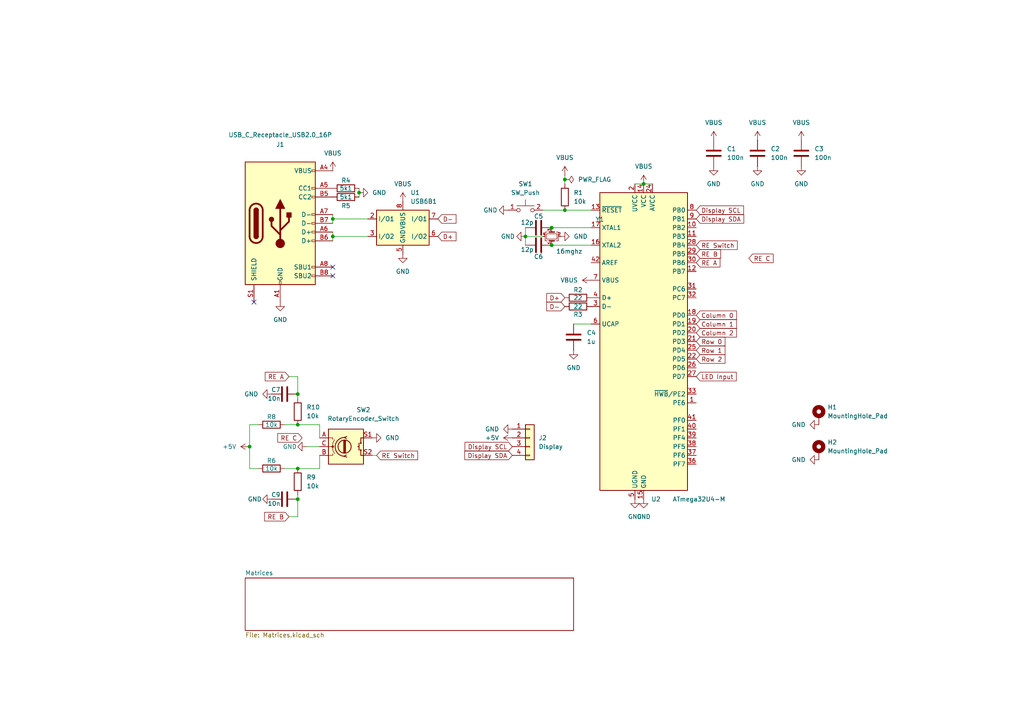
<source format=kicad_sch>
(kicad_sch
	(version 20231120)
	(generator "eeschema")
	(generator_version "8.0")
	(uuid "7ab8ba5b-47b0-433d-b4df-c107ac17d390")
	(paper "A4")
	(lib_symbols
		(symbol "Connector:USB_C_Receptacle_USB2.0_16P"
			(pin_names
				(offset 1.016)
			)
			(exclude_from_sim no)
			(in_bom yes)
			(on_board yes)
			(property "Reference" "J"
				(at 0 22.225 0)
				(effects
					(font
						(size 1.27 1.27)
					)
				)
			)
			(property "Value" "USB_C_Receptacle_USB2.0_16P"
				(at 0 19.685 0)
				(effects
					(font
						(size 1.27 1.27)
					)
				)
			)
			(property "Footprint" ""
				(at 3.81 0 0)
				(effects
					(font
						(size 1.27 1.27)
					)
					(hide yes)
				)
			)
			(property "Datasheet" "https://www.usb.org/sites/default/files/documents/usb_type-c.zip"
				(at 3.81 0 0)
				(effects
					(font
						(size 1.27 1.27)
					)
					(hide yes)
				)
			)
			(property "Description" "USB 2.0-only 16P Type-C Receptacle connector"
				(at 0 0 0)
				(effects
					(font
						(size 1.27 1.27)
					)
					(hide yes)
				)
			)
			(property "ki_keywords" "usb universal serial bus type-C USB2.0"
				(at 0 0 0)
				(effects
					(font
						(size 1.27 1.27)
					)
					(hide yes)
				)
			)
			(property "ki_fp_filters" "USB*C*Receptacle*"
				(at 0 0 0)
				(effects
					(font
						(size 1.27 1.27)
					)
					(hide yes)
				)
			)
			(symbol "USB_C_Receptacle_USB2.0_16P_0_0"
				(rectangle
					(start -0.254 -17.78)
					(end 0.254 -16.764)
					(stroke
						(width 0)
						(type default)
					)
					(fill
						(type none)
					)
				)
				(rectangle
					(start 10.16 -14.986)
					(end 9.144 -15.494)
					(stroke
						(width 0)
						(type default)
					)
					(fill
						(type none)
					)
				)
				(rectangle
					(start 10.16 -12.446)
					(end 9.144 -12.954)
					(stroke
						(width 0)
						(type default)
					)
					(fill
						(type none)
					)
				)
				(rectangle
					(start 10.16 -4.826)
					(end 9.144 -5.334)
					(stroke
						(width 0)
						(type default)
					)
					(fill
						(type none)
					)
				)
				(rectangle
					(start 10.16 -2.286)
					(end 9.144 -2.794)
					(stroke
						(width 0)
						(type default)
					)
					(fill
						(type none)
					)
				)
				(rectangle
					(start 10.16 0.254)
					(end 9.144 -0.254)
					(stroke
						(width 0)
						(type default)
					)
					(fill
						(type none)
					)
				)
				(rectangle
					(start 10.16 2.794)
					(end 9.144 2.286)
					(stroke
						(width 0)
						(type default)
					)
					(fill
						(type none)
					)
				)
				(rectangle
					(start 10.16 7.874)
					(end 9.144 7.366)
					(stroke
						(width 0)
						(type default)
					)
					(fill
						(type none)
					)
				)
				(rectangle
					(start 10.16 10.414)
					(end 9.144 9.906)
					(stroke
						(width 0)
						(type default)
					)
					(fill
						(type none)
					)
				)
				(rectangle
					(start 10.16 15.494)
					(end 9.144 14.986)
					(stroke
						(width 0)
						(type default)
					)
					(fill
						(type none)
					)
				)
			)
			(symbol "USB_C_Receptacle_USB2.0_16P_0_1"
				(rectangle
					(start -10.16 17.78)
					(end 10.16 -17.78)
					(stroke
						(width 0.254)
						(type default)
					)
					(fill
						(type background)
					)
				)
				(arc
					(start -8.89 -3.81)
					(mid -6.985 -5.7067)
					(end -5.08 -3.81)
					(stroke
						(width 0.508)
						(type default)
					)
					(fill
						(type none)
					)
				)
				(arc
					(start -7.62 -3.81)
					(mid -6.985 -4.4423)
					(end -6.35 -3.81)
					(stroke
						(width 0.254)
						(type default)
					)
					(fill
						(type none)
					)
				)
				(arc
					(start -7.62 -3.81)
					(mid -6.985 -4.4423)
					(end -6.35 -3.81)
					(stroke
						(width 0.254)
						(type default)
					)
					(fill
						(type outline)
					)
				)
				(rectangle
					(start -7.62 -3.81)
					(end -6.35 3.81)
					(stroke
						(width 0.254)
						(type default)
					)
					(fill
						(type outline)
					)
				)
				(arc
					(start -6.35 3.81)
					(mid -6.985 4.4423)
					(end -7.62 3.81)
					(stroke
						(width 0.254)
						(type default)
					)
					(fill
						(type none)
					)
				)
				(arc
					(start -6.35 3.81)
					(mid -6.985 4.4423)
					(end -7.62 3.81)
					(stroke
						(width 0.254)
						(type default)
					)
					(fill
						(type outline)
					)
				)
				(arc
					(start -5.08 3.81)
					(mid -6.985 5.7067)
					(end -8.89 3.81)
					(stroke
						(width 0.508)
						(type default)
					)
					(fill
						(type none)
					)
				)
				(circle
					(center -2.54 1.143)
					(radius 0.635)
					(stroke
						(width 0.254)
						(type default)
					)
					(fill
						(type outline)
					)
				)
				(circle
					(center 0 -5.842)
					(radius 1.27)
					(stroke
						(width 0)
						(type default)
					)
					(fill
						(type outline)
					)
				)
				(polyline
					(pts
						(xy -8.89 -3.81) (xy -8.89 3.81)
					)
					(stroke
						(width 0.508)
						(type default)
					)
					(fill
						(type none)
					)
				)
				(polyline
					(pts
						(xy -5.08 3.81) (xy -5.08 -3.81)
					)
					(stroke
						(width 0.508)
						(type default)
					)
					(fill
						(type none)
					)
				)
				(polyline
					(pts
						(xy 0 -5.842) (xy 0 4.318)
					)
					(stroke
						(width 0.508)
						(type default)
					)
					(fill
						(type none)
					)
				)
				(polyline
					(pts
						(xy 0 -3.302) (xy -2.54 -0.762) (xy -2.54 0.508)
					)
					(stroke
						(width 0.508)
						(type default)
					)
					(fill
						(type none)
					)
				)
				(polyline
					(pts
						(xy 0 -2.032) (xy 2.54 0.508) (xy 2.54 1.778)
					)
					(stroke
						(width 0.508)
						(type default)
					)
					(fill
						(type none)
					)
				)
				(polyline
					(pts
						(xy -1.27 4.318) (xy 0 6.858) (xy 1.27 4.318) (xy -1.27 4.318)
					)
					(stroke
						(width 0.254)
						(type default)
					)
					(fill
						(type outline)
					)
				)
				(rectangle
					(start 1.905 1.778)
					(end 3.175 3.048)
					(stroke
						(width 0.254)
						(type default)
					)
					(fill
						(type outline)
					)
				)
			)
			(symbol "USB_C_Receptacle_USB2.0_16P_1_1"
				(pin passive line
					(at 0 -22.86 90)
					(length 5.08)
					(name "GND"
						(effects
							(font
								(size 1.27 1.27)
							)
						)
					)
					(number "A1"
						(effects
							(font
								(size 1.27 1.27)
							)
						)
					)
				)
				(pin passive line
					(at 0 -22.86 90)
					(length 5.08) hide
					(name "GND"
						(effects
							(font
								(size 1.27 1.27)
							)
						)
					)
					(number "A12"
						(effects
							(font
								(size 1.27 1.27)
							)
						)
					)
				)
				(pin passive line
					(at 15.24 15.24 180)
					(length 5.08)
					(name "VBUS"
						(effects
							(font
								(size 1.27 1.27)
							)
						)
					)
					(number "A4"
						(effects
							(font
								(size 1.27 1.27)
							)
						)
					)
				)
				(pin bidirectional line
					(at 15.24 10.16 180)
					(length 5.08)
					(name "CC1"
						(effects
							(font
								(size 1.27 1.27)
							)
						)
					)
					(number "A5"
						(effects
							(font
								(size 1.27 1.27)
							)
						)
					)
				)
				(pin bidirectional line
					(at 15.24 -2.54 180)
					(length 5.08)
					(name "D+"
						(effects
							(font
								(size 1.27 1.27)
							)
						)
					)
					(number "A6"
						(effects
							(font
								(size 1.27 1.27)
							)
						)
					)
				)
				(pin bidirectional line
					(at 15.24 2.54 180)
					(length 5.08)
					(name "D-"
						(effects
							(font
								(size 1.27 1.27)
							)
						)
					)
					(number "A7"
						(effects
							(font
								(size 1.27 1.27)
							)
						)
					)
				)
				(pin bidirectional line
					(at 15.24 -12.7 180)
					(length 5.08)
					(name "SBU1"
						(effects
							(font
								(size 1.27 1.27)
							)
						)
					)
					(number "A8"
						(effects
							(font
								(size 1.27 1.27)
							)
						)
					)
				)
				(pin passive line
					(at 15.24 15.24 180)
					(length 5.08) hide
					(name "VBUS"
						(effects
							(font
								(size 1.27 1.27)
							)
						)
					)
					(number "A9"
						(effects
							(font
								(size 1.27 1.27)
							)
						)
					)
				)
				(pin passive line
					(at 0 -22.86 90)
					(length 5.08) hide
					(name "GND"
						(effects
							(font
								(size 1.27 1.27)
							)
						)
					)
					(number "B1"
						(effects
							(font
								(size 1.27 1.27)
							)
						)
					)
				)
				(pin passive line
					(at 0 -22.86 90)
					(length 5.08) hide
					(name "GND"
						(effects
							(font
								(size 1.27 1.27)
							)
						)
					)
					(number "B12"
						(effects
							(font
								(size 1.27 1.27)
							)
						)
					)
				)
				(pin passive line
					(at 15.24 15.24 180)
					(length 5.08) hide
					(name "VBUS"
						(effects
							(font
								(size 1.27 1.27)
							)
						)
					)
					(number "B4"
						(effects
							(font
								(size 1.27 1.27)
							)
						)
					)
				)
				(pin bidirectional line
					(at 15.24 7.62 180)
					(length 5.08)
					(name "CC2"
						(effects
							(font
								(size 1.27 1.27)
							)
						)
					)
					(number "B5"
						(effects
							(font
								(size 1.27 1.27)
							)
						)
					)
				)
				(pin bidirectional line
					(at 15.24 -5.08 180)
					(length 5.08)
					(name "D+"
						(effects
							(font
								(size 1.27 1.27)
							)
						)
					)
					(number "B6"
						(effects
							(font
								(size 1.27 1.27)
							)
						)
					)
				)
				(pin bidirectional line
					(at 15.24 0 180)
					(length 5.08)
					(name "D-"
						(effects
							(font
								(size 1.27 1.27)
							)
						)
					)
					(number "B7"
						(effects
							(font
								(size 1.27 1.27)
							)
						)
					)
				)
				(pin bidirectional line
					(at 15.24 -15.24 180)
					(length 5.08)
					(name "SBU2"
						(effects
							(font
								(size 1.27 1.27)
							)
						)
					)
					(number "B8"
						(effects
							(font
								(size 1.27 1.27)
							)
						)
					)
				)
				(pin passive line
					(at 15.24 15.24 180)
					(length 5.08) hide
					(name "VBUS"
						(effects
							(font
								(size 1.27 1.27)
							)
						)
					)
					(number "B9"
						(effects
							(font
								(size 1.27 1.27)
							)
						)
					)
				)
				(pin passive line
					(at -7.62 -22.86 90)
					(length 5.08)
					(name "SHIELD"
						(effects
							(font
								(size 1.27 1.27)
							)
						)
					)
					(number "S1"
						(effects
							(font
								(size 1.27 1.27)
							)
						)
					)
				)
			)
		)
		(symbol "Connector_Generic:Conn_01x04"
			(pin_names
				(offset 1.016) hide)
			(exclude_from_sim no)
			(in_bom yes)
			(on_board yes)
			(property "Reference" "J"
				(at 0 5.08 0)
				(effects
					(font
						(size 1.27 1.27)
					)
				)
			)
			(property "Value" "Conn_01x04"
				(at 0 -7.62 0)
				(effects
					(font
						(size 1.27 1.27)
					)
				)
			)
			(property "Footprint" ""
				(at 0 0 0)
				(effects
					(font
						(size 1.27 1.27)
					)
					(hide yes)
				)
			)
			(property "Datasheet" "~"
				(at 0 0 0)
				(effects
					(font
						(size 1.27 1.27)
					)
					(hide yes)
				)
			)
			(property "Description" "Generic connector, single row, 01x04, script generated (kicad-library-utils/schlib/autogen/connector/)"
				(at 0 0 0)
				(effects
					(font
						(size 1.27 1.27)
					)
					(hide yes)
				)
			)
			(property "ki_keywords" "connector"
				(at 0 0 0)
				(effects
					(font
						(size 1.27 1.27)
					)
					(hide yes)
				)
			)
			(property "ki_fp_filters" "Connector*:*_1x??_*"
				(at 0 0 0)
				(effects
					(font
						(size 1.27 1.27)
					)
					(hide yes)
				)
			)
			(symbol "Conn_01x04_1_1"
				(rectangle
					(start -1.27 -4.953)
					(end 0 -5.207)
					(stroke
						(width 0.1524)
						(type default)
					)
					(fill
						(type none)
					)
				)
				(rectangle
					(start -1.27 -2.413)
					(end 0 -2.667)
					(stroke
						(width 0.1524)
						(type default)
					)
					(fill
						(type none)
					)
				)
				(rectangle
					(start -1.27 0.127)
					(end 0 -0.127)
					(stroke
						(width 0.1524)
						(type default)
					)
					(fill
						(type none)
					)
				)
				(rectangle
					(start -1.27 2.667)
					(end 0 2.413)
					(stroke
						(width 0.1524)
						(type default)
					)
					(fill
						(type none)
					)
				)
				(rectangle
					(start -1.27 3.81)
					(end 1.27 -6.35)
					(stroke
						(width 0.254)
						(type default)
					)
					(fill
						(type background)
					)
				)
				(pin passive line
					(at -5.08 2.54 0)
					(length 3.81)
					(name "Pin_1"
						(effects
							(font
								(size 1.27 1.27)
							)
						)
					)
					(number "1"
						(effects
							(font
								(size 1.27 1.27)
							)
						)
					)
				)
				(pin passive line
					(at -5.08 0 0)
					(length 3.81)
					(name "Pin_2"
						(effects
							(font
								(size 1.27 1.27)
							)
						)
					)
					(number "2"
						(effects
							(font
								(size 1.27 1.27)
							)
						)
					)
				)
				(pin passive line
					(at -5.08 -2.54 0)
					(length 3.81)
					(name "Pin_3"
						(effects
							(font
								(size 1.27 1.27)
							)
						)
					)
					(number "3"
						(effects
							(font
								(size 1.27 1.27)
							)
						)
					)
				)
				(pin passive line
					(at -5.08 -5.08 0)
					(length 3.81)
					(name "Pin_4"
						(effects
							(font
								(size 1.27 1.27)
							)
						)
					)
					(number "4"
						(effects
							(font
								(size 1.27 1.27)
							)
						)
					)
				)
			)
		)
		(symbol "Device:C"
			(pin_numbers hide)
			(pin_names
				(offset 0.254)
			)
			(exclude_from_sim no)
			(in_bom yes)
			(on_board yes)
			(property "Reference" "C"
				(at 0.635 2.54 0)
				(effects
					(font
						(size 1.27 1.27)
					)
					(justify left)
				)
			)
			(property "Value" "C"
				(at 0.635 -2.54 0)
				(effects
					(font
						(size 1.27 1.27)
					)
					(justify left)
				)
			)
			(property "Footprint" ""
				(at 0.9652 -3.81 0)
				(effects
					(font
						(size 1.27 1.27)
					)
					(hide yes)
				)
			)
			(property "Datasheet" "~"
				(at 0 0 0)
				(effects
					(font
						(size 1.27 1.27)
					)
					(hide yes)
				)
			)
			(property "Description" "Unpolarized capacitor"
				(at 0 0 0)
				(effects
					(font
						(size 1.27 1.27)
					)
					(hide yes)
				)
			)
			(property "ki_keywords" "cap capacitor"
				(at 0 0 0)
				(effects
					(font
						(size 1.27 1.27)
					)
					(hide yes)
				)
			)
			(property "ki_fp_filters" "C_*"
				(at 0 0 0)
				(effects
					(font
						(size 1.27 1.27)
					)
					(hide yes)
				)
			)
			(symbol "C_0_1"
				(polyline
					(pts
						(xy -2.032 -0.762) (xy 2.032 -0.762)
					)
					(stroke
						(width 0.508)
						(type default)
					)
					(fill
						(type none)
					)
				)
				(polyline
					(pts
						(xy -2.032 0.762) (xy 2.032 0.762)
					)
					(stroke
						(width 0.508)
						(type default)
					)
					(fill
						(type none)
					)
				)
			)
			(symbol "C_1_1"
				(pin passive line
					(at 0 3.81 270)
					(length 2.794)
					(name "~"
						(effects
							(font
								(size 1.27 1.27)
							)
						)
					)
					(number "1"
						(effects
							(font
								(size 1.27 1.27)
							)
						)
					)
				)
				(pin passive line
					(at 0 -3.81 90)
					(length 2.794)
					(name "~"
						(effects
							(font
								(size 1.27 1.27)
							)
						)
					)
					(number "2"
						(effects
							(font
								(size 1.27 1.27)
							)
						)
					)
				)
			)
		)
		(symbol "Device:Crystal_GND24_Small"
			(pin_names
				(offset 1.016) hide)
			(exclude_from_sim no)
			(in_bom yes)
			(on_board yes)
			(property "Reference" "Y"
				(at 1.27 4.445 0)
				(effects
					(font
						(size 1.27 1.27)
					)
					(justify left)
				)
			)
			(property "Value" "Crystal_GND24_Small"
				(at 1.27 2.54 0)
				(effects
					(font
						(size 1.27 1.27)
					)
					(justify left)
				)
			)
			(property "Footprint" ""
				(at 0 0 0)
				(effects
					(font
						(size 1.27 1.27)
					)
					(hide yes)
				)
			)
			(property "Datasheet" "~"
				(at 0 0 0)
				(effects
					(font
						(size 1.27 1.27)
					)
					(hide yes)
				)
			)
			(property "Description" "Four pin crystal, GND on pins 2 and 4, small symbol"
				(at 0 0 0)
				(effects
					(font
						(size 1.27 1.27)
					)
					(hide yes)
				)
			)
			(property "ki_keywords" "quartz ceramic resonator oscillator"
				(at 0 0 0)
				(effects
					(font
						(size 1.27 1.27)
					)
					(hide yes)
				)
			)
			(property "ki_fp_filters" "Crystal*"
				(at 0 0 0)
				(effects
					(font
						(size 1.27 1.27)
					)
					(hide yes)
				)
			)
			(symbol "Crystal_GND24_Small_0_1"
				(rectangle
					(start -0.762 -1.524)
					(end 0.762 1.524)
					(stroke
						(width 0)
						(type default)
					)
					(fill
						(type none)
					)
				)
				(polyline
					(pts
						(xy -1.27 -0.762) (xy -1.27 0.762)
					)
					(stroke
						(width 0.381)
						(type default)
					)
					(fill
						(type none)
					)
				)
				(polyline
					(pts
						(xy 1.27 -0.762) (xy 1.27 0.762)
					)
					(stroke
						(width 0.381)
						(type default)
					)
					(fill
						(type none)
					)
				)
				(polyline
					(pts
						(xy -1.27 -1.27) (xy -1.27 -1.905) (xy 1.27 -1.905) (xy 1.27 -1.27)
					)
					(stroke
						(width 0)
						(type default)
					)
					(fill
						(type none)
					)
				)
				(polyline
					(pts
						(xy -1.27 1.27) (xy -1.27 1.905) (xy 1.27 1.905) (xy 1.27 1.27)
					)
					(stroke
						(width 0)
						(type default)
					)
					(fill
						(type none)
					)
				)
			)
			(symbol "Crystal_GND24_Small_1_1"
				(pin passive line
					(at -2.54 0 0)
					(length 1.27)
					(name "1"
						(effects
							(font
								(size 1.27 1.27)
							)
						)
					)
					(number "1"
						(effects
							(font
								(size 0.762 0.762)
							)
						)
					)
				)
				(pin passive line
					(at 0 -2.54 90)
					(length 0.635)
					(name "2"
						(effects
							(font
								(size 1.27 1.27)
							)
						)
					)
					(number "2"
						(effects
							(font
								(size 0.762 0.762)
							)
						)
					)
				)
				(pin passive line
					(at 2.54 0 180)
					(length 1.27)
					(name "3"
						(effects
							(font
								(size 1.27 1.27)
							)
						)
					)
					(number "3"
						(effects
							(font
								(size 0.762 0.762)
							)
						)
					)
				)
				(pin passive line
					(at 0 2.54 270)
					(length 0.635)
					(name "4"
						(effects
							(font
								(size 1.27 1.27)
							)
						)
					)
					(number "4"
						(effects
							(font
								(size 0.762 0.762)
							)
						)
					)
				)
			)
		)
		(symbol "Device:R"
			(pin_numbers hide)
			(pin_names
				(offset 0)
			)
			(exclude_from_sim no)
			(in_bom yes)
			(on_board yes)
			(property "Reference" "R"
				(at 2.032 0 90)
				(effects
					(font
						(size 1.27 1.27)
					)
				)
			)
			(property "Value" "R"
				(at 0 0 90)
				(effects
					(font
						(size 1.27 1.27)
					)
				)
			)
			(property "Footprint" ""
				(at -1.778 0 90)
				(effects
					(font
						(size 1.27 1.27)
					)
					(hide yes)
				)
			)
			(property "Datasheet" "~"
				(at 0 0 0)
				(effects
					(font
						(size 1.27 1.27)
					)
					(hide yes)
				)
			)
			(property "Description" "Resistor"
				(at 0 0 0)
				(effects
					(font
						(size 1.27 1.27)
					)
					(hide yes)
				)
			)
			(property "ki_keywords" "R res resistor"
				(at 0 0 0)
				(effects
					(font
						(size 1.27 1.27)
					)
					(hide yes)
				)
			)
			(property "ki_fp_filters" "R_*"
				(at 0 0 0)
				(effects
					(font
						(size 1.27 1.27)
					)
					(hide yes)
				)
			)
			(symbol "R_0_1"
				(rectangle
					(start -1.016 -2.54)
					(end 1.016 2.54)
					(stroke
						(width 0.254)
						(type default)
					)
					(fill
						(type none)
					)
				)
			)
			(symbol "R_1_1"
				(pin passive line
					(at 0 3.81 270)
					(length 1.27)
					(name "~"
						(effects
							(font
								(size 1.27 1.27)
							)
						)
					)
					(number "1"
						(effects
							(font
								(size 1.27 1.27)
							)
						)
					)
				)
				(pin passive line
					(at 0 -3.81 90)
					(length 1.27)
					(name "~"
						(effects
							(font
								(size 1.27 1.27)
							)
						)
					)
					(number "2"
						(effects
							(font
								(size 1.27 1.27)
							)
						)
					)
				)
			)
		)
		(symbol "Device:RotaryEncoder_Switch"
			(pin_names
				(offset 0.254) hide)
			(exclude_from_sim no)
			(in_bom yes)
			(on_board yes)
			(property "Reference" "SW"
				(at 0 6.604 0)
				(effects
					(font
						(size 1.27 1.27)
					)
				)
			)
			(property "Value" "RotaryEncoder_Switch"
				(at 0 -6.604 0)
				(effects
					(font
						(size 1.27 1.27)
					)
				)
			)
			(property "Footprint" ""
				(at -3.81 4.064 0)
				(effects
					(font
						(size 1.27 1.27)
					)
					(hide yes)
				)
			)
			(property "Datasheet" "~"
				(at 0 6.604 0)
				(effects
					(font
						(size 1.27 1.27)
					)
					(hide yes)
				)
			)
			(property "Description" "Rotary encoder, dual channel, incremental quadrate outputs, with switch"
				(at 0 0 0)
				(effects
					(font
						(size 1.27 1.27)
					)
					(hide yes)
				)
			)
			(property "ki_keywords" "rotary switch encoder switch push button"
				(at 0 0 0)
				(effects
					(font
						(size 1.27 1.27)
					)
					(hide yes)
				)
			)
			(property "ki_fp_filters" "RotaryEncoder*Switch*"
				(at 0 0 0)
				(effects
					(font
						(size 1.27 1.27)
					)
					(hide yes)
				)
			)
			(symbol "RotaryEncoder_Switch_0_1"
				(rectangle
					(start -5.08 5.08)
					(end 5.08 -5.08)
					(stroke
						(width 0.254)
						(type default)
					)
					(fill
						(type background)
					)
				)
				(circle
					(center -3.81 0)
					(radius 0.254)
					(stroke
						(width 0)
						(type default)
					)
					(fill
						(type outline)
					)
				)
				(circle
					(center -0.381 0)
					(radius 1.905)
					(stroke
						(width 0.254)
						(type default)
					)
					(fill
						(type none)
					)
				)
				(arc
					(start -0.381 2.667)
					(mid -3.0988 -0.0635)
					(end -0.381 -2.794)
					(stroke
						(width 0.254)
						(type default)
					)
					(fill
						(type none)
					)
				)
				(polyline
					(pts
						(xy -0.635 -1.778) (xy -0.635 1.778)
					)
					(stroke
						(width 0.254)
						(type default)
					)
					(fill
						(type none)
					)
				)
				(polyline
					(pts
						(xy -0.381 -1.778) (xy -0.381 1.778)
					)
					(stroke
						(width 0.254)
						(type default)
					)
					(fill
						(type none)
					)
				)
				(polyline
					(pts
						(xy -0.127 1.778) (xy -0.127 -1.778)
					)
					(stroke
						(width 0.254)
						(type default)
					)
					(fill
						(type none)
					)
				)
				(polyline
					(pts
						(xy 3.81 0) (xy 3.429 0)
					)
					(stroke
						(width 0.254)
						(type default)
					)
					(fill
						(type none)
					)
				)
				(polyline
					(pts
						(xy 3.81 1.016) (xy 3.81 -1.016)
					)
					(stroke
						(width 0.254)
						(type default)
					)
					(fill
						(type none)
					)
				)
				(polyline
					(pts
						(xy -5.08 -2.54) (xy -3.81 -2.54) (xy -3.81 -2.032)
					)
					(stroke
						(width 0)
						(type default)
					)
					(fill
						(type none)
					)
				)
				(polyline
					(pts
						(xy -5.08 2.54) (xy -3.81 2.54) (xy -3.81 2.032)
					)
					(stroke
						(width 0)
						(type default)
					)
					(fill
						(type none)
					)
				)
				(polyline
					(pts
						(xy 0.254 -3.048) (xy -0.508 -2.794) (xy 0.127 -2.413)
					)
					(stroke
						(width 0.254)
						(type default)
					)
					(fill
						(type none)
					)
				)
				(polyline
					(pts
						(xy 0.254 2.921) (xy -0.508 2.667) (xy 0.127 2.286)
					)
					(stroke
						(width 0.254)
						(type default)
					)
					(fill
						(type none)
					)
				)
				(polyline
					(pts
						(xy 5.08 -2.54) (xy 4.318 -2.54) (xy 4.318 -1.016)
					)
					(stroke
						(width 0.254)
						(type default)
					)
					(fill
						(type none)
					)
				)
				(polyline
					(pts
						(xy 5.08 2.54) (xy 4.318 2.54) (xy 4.318 1.016)
					)
					(stroke
						(width 0.254)
						(type default)
					)
					(fill
						(type none)
					)
				)
				(polyline
					(pts
						(xy -5.08 0) (xy -3.81 0) (xy -3.81 -1.016) (xy -3.302 -2.032)
					)
					(stroke
						(width 0)
						(type default)
					)
					(fill
						(type none)
					)
				)
				(polyline
					(pts
						(xy -4.318 0) (xy -3.81 0) (xy -3.81 1.016) (xy -3.302 2.032)
					)
					(stroke
						(width 0)
						(type default)
					)
					(fill
						(type none)
					)
				)
				(circle
					(center 4.318 -1.016)
					(radius 0.127)
					(stroke
						(width 0.254)
						(type default)
					)
					(fill
						(type none)
					)
				)
				(circle
					(center 4.318 1.016)
					(radius 0.127)
					(stroke
						(width 0.254)
						(type default)
					)
					(fill
						(type none)
					)
				)
			)
			(symbol "RotaryEncoder_Switch_1_1"
				(pin passive line
					(at -7.62 2.54 0)
					(length 2.54)
					(name "A"
						(effects
							(font
								(size 1.27 1.27)
							)
						)
					)
					(number "A"
						(effects
							(font
								(size 1.27 1.27)
							)
						)
					)
				)
				(pin passive line
					(at -7.62 -2.54 0)
					(length 2.54)
					(name "B"
						(effects
							(font
								(size 1.27 1.27)
							)
						)
					)
					(number "B"
						(effects
							(font
								(size 1.27 1.27)
							)
						)
					)
				)
				(pin passive line
					(at -7.62 0 0)
					(length 2.54)
					(name "C"
						(effects
							(font
								(size 1.27 1.27)
							)
						)
					)
					(number "C"
						(effects
							(font
								(size 1.27 1.27)
							)
						)
					)
				)
				(pin passive line
					(at 7.62 2.54 180)
					(length 2.54)
					(name "S1"
						(effects
							(font
								(size 1.27 1.27)
							)
						)
					)
					(number "S1"
						(effects
							(font
								(size 1.27 1.27)
							)
						)
					)
				)
				(pin passive line
					(at 7.62 -2.54 180)
					(length 2.54)
					(name "S2"
						(effects
							(font
								(size 1.27 1.27)
							)
						)
					)
					(number "S2"
						(effects
							(font
								(size 1.27 1.27)
							)
						)
					)
				)
			)
		)
		(symbol "MCU_Microchip_ATmega:ATmega32U4-M"
			(exclude_from_sim no)
			(in_bom yes)
			(on_board yes)
			(property "Reference" "U"
				(at -12.7 44.45 0)
				(effects
					(font
						(size 1.27 1.27)
					)
					(justify left bottom)
				)
			)
			(property "Value" "ATmega32U4-M"
				(at 2.54 -44.45 0)
				(effects
					(font
						(size 1.27 1.27)
					)
					(justify left top)
				)
			)
			(property "Footprint" "Package_DFN_QFN:QFN-44-1EP_7x7mm_P0.5mm_EP5.2x5.2mm"
				(at 0 0 0)
				(effects
					(font
						(size 1.27 1.27)
						(italic yes)
					)
					(hide yes)
				)
			)
			(property "Datasheet" "http://ww1.microchip.com/downloads/en/DeviceDoc/Atmel-7766-8-bit-AVR-ATmega16U4-32U4_Datasheet.pdf"
				(at 0 0 0)
				(effects
					(font
						(size 1.27 1.27)
					)
					(hide yes)
				)
			)
			(property "Description" "16MHz, 32kB Flash, 2.5kB SRAM, 1kB EEPROM, USB 2.0, QFN-44"
				(at 0 0 0)
				(effects
					(font
						(size 1.27 1.27)
					)
					(hide yes)
				)
			)
			(property "ki_keywords" "AVR 8bit Microcontroller MegaAVR USB"
				(at 0 0 0)
				(effects
					(font
						(size 1.27 1.27)
					)
					(hide yes)
				)
			)
			(property "ki_fp_filters" "QFN*1EP*7x7mm*P0.5mm*"
				(at 0 0 0)
				(effects
					(font
						(size 1.27 1.27)
					)
					(hide yes)
				)
			)
			(symbol "ATmega32U4-M_0_1"
				(rectangle
					(start -12.7 -43.18)
					(end 12.7 43.18)
					(stroke
						(width 0.254)
						(type default)
					)
					(fill
						(type background)
					)
				)
			)
			(symbol "ATmega32U4-M_1_1"
				(pin bidirectional line
					(at 15.24 -17.78 180)
					(length 2.54)
					(name "PE6"
						(effects
							(font
								(size 1.27 1.27)
							)
						)
					)
					(number "1"
						(effects
							(font
								(size 1.27 1.27)
							)
						)
					)
				)
				(pin bidirectional line
					(at 15.24 33.02 180)
					(length 2.54)
					(name "PB2"
						(effects
							(font
								(size 1.27 1.27)
							)
						)
					)
					(number "10"
						(effects
							(font
								(size 1.27 1.27)
							)
						)
					)
				)
				(pin bidirectional line
					(at 15.24 30.48 180)
					(length 2.54)
					(name "PB3"
						(effects
							(font
								(size 1.27 1.27)
							)
						)
					)
					(number "11"
						(effects
							(font
								(size 1.27 1.27)
							)
						)
					)
				)
				(pin bidirectional line
					(at 15.24 20.32 180)
					(length 2.54)
					(name "PB7"
						(effects
							(font
								(size 1.27 1.27)
							)
						)
					)
					(number "12"
						(effects
							(font
								(size 1.27 1.27)
							)
						)
					)
				)
				(pin input line
					(at -15.24 38.1 0)
					(length 2.54)
					(name "~{RESET}"
						(effects
							(font
								(size 1.27 1.27)
							)
						)
					)
					(number "13"
						(effects
							(font
								(size 1.27 1.27)
							)
						)
					)
				)
				(pin power_in line
					(at 0 45.72 270)
					(length 2.54)
					(name "VCC"
						(effects
							(font
								(size 1.27 1.27)
							)
						)
					)
					(number "14"
						(effects
							(font
								(size 1.27 1.27)
							)
						)
					)
				)
				(pin power_in line
					(at 0 -45.72 90)
					(length 2.54)
					(name "GND"
						(effects
							(font
								(size 1.27 1.27)
							)
						)
					)
					(number "15"
						(effects
							(font
								(size 1.27 1.27)
							)
						)
					)
				)
				(pin output line
					(at -15.24 27.94 0)
					(length 2.54)
					(name "XTAL2"
						(effects
							(font
								(size 1.27 1.27)
							)
						)
					)
					(number "16"
						(effects
							(font
								(size 1.27 1.27)
							)
						)
					)
				)
				(pin input line
					(at -15.24 33.02 0)
					(length 2.54)
					(name "XTAL1"
						(effects
							(font
								(size 1.27 1.27)
							)
						)
					)
					(number "17"
						(effects
							(font
								(size 1.27 1.27)
							)
						)
					)
				)
				(pin bidirectional line
					(at 15.24 7.62 180)
					(length 2.54)
					(name "PD0"
						(effects
							(font
								(size 1.27 1.27)
							)
						)
					)
					(number "18"
						(effects
							(font
								(size 1.27 1.27)
							)
						)
					)
				)
				(pin bidirectional line
					(at 15.24 5.08 180)
					(length 2.54)
					(name "PD1"
						(effects
							(font
								(size 1.27 1.27)
							)
						)
					)
					(number "19"
						(effects
							(font
								(size 1.27 1.27)
							)
						)
					)
				)
				(pin power_in line
					(at -2.54 45.72 270)
					(length 2.54)
					(name "UVCC"
						(effects
							(font
								(size 1.27 1.27)
							)
						)
					)
					(number "2"
						(effects
							(font
								(size 1.27 1.27)
							)
						)
					)
				)
				(pin bidirectional line
					(at 15.24 2.54 180)
					(length 2.54)
					(name "PD2"
						(effects
							(font
								(size 1.27 1.27)
							)
						)
					)
					(number "20"
						(effects
							(font
								(size 1.27 1.27)
							)
						)
					)
				)
				(pin bidirectional line
					(at 15.24 0 180)
					(length 2.54)
					(name "PD3"
						(effects
							(font
								(size 1.27 1.27)
							)
						)
					)
					(number "21"
						(effects
							(font
								(size 1.27 1.27)
							)
						)
					)
				)
				(pin bidirectional line
					(at 15.24 -5.08 180)
					(length 2.54)
					(name "PD5"
						(effects
							(font
								(size 1.27 1.27)
							)
						)
					)
					(number "22"
						(effects
							(font
								(size 1.27 1.27)
							)
						)
					)
				)
				(pin passive line
					(at 0 -45.72 90)
					(length 2.54) hide
					(name "GND"
						(effects
							(font
								(size 1.27 1.27)
							)
						)
					)
					(number "23"
						(effects
							(font
								(size 1.27 1.27)
							)
						)
					)
				)
				(pin power_in line
					(at 2.54 45.72 270)
					(length 2.54)
					(name "AVCC"
						(effects
							(font
								(size 1.27 1.27)
							)
						)
					)
					(number "24"
						(effects
							(font
								(size 1.27 1.27)
							)
						)
					)
				)
				(pin bidirectional line
					(at 15.24 -2.54 180)
					(length 2.54)
					(name "PD4"
						(effects
							(font
								(size 1.27 1.27)
							)
						)
					)
					(number "25"
						(effects
							(font
								(size 1.27 1.27)
							)
						)
					)
				)
				(pin bidirectional line
					(at 15.24 -7.62 180)
					(length 2.54)
					(name "PD6"
						(effects
							(font
								(size 1.27 1.27)
							)
						)
					)
					(number "26"
						(effects
							(font
								(size 1.27 1.27)
							)
						)
					)
				)
				(pin bidirectional line
					(at 15.24 -10.16 180)
					(length 2.54)
					(name "PD7"
						(effects
							(font
								(size 1.27 1.27)
							)
						)
					)
					(number "27"
						(effects
							(font
								(size 1.27 1.27)
							)
						)
					)
				)
				(pin bidirectional line
					(at 15.24 27.94 180)
					(length 2.54)
					(name "PB4"
						(effects
							(font
								(size 1.27 1.27)
							)
						)
					)
					(number "28"
						(effects
							(font
								(size 1.27 1.27)
							)
						)
					)
				)
				(pin bidirectional line
					(at 15.24 25.4 180)
					(length 2.54)
					(name "PB5"
						(effects
							(font
								(size 1.27 1.27)
							)
						)
					)
					(number "29"
						(effects
							(font
								(size 1.27 1.27)
							)
						)
					)
				)
				(pin bidirectional line
					(at -15.24 10.16 0)
					(length 2.54)
					(name "D-"
						(effects
							(font
								(size 1.27 1.27)
							)
						)
					)
					(number "3"
						(effects
							(font
								(size 1.27 1.27)
							)
						)
					)
				)
				(pin bidirectional line
					(at 15.24 22.86 180)
					(length 2.54)
					(name "PB6"
						(effects
							(font
								(size 1.27 1.27)
							)
						)
					)
					(number "30"
						(effects
							(font
								(size 1.27 1.27)
							)
						)
					)
				)
				(pin bidirectional line
					(at 15.24 15.24 180)
					(length 2.54)
					(name "PC6"
						(effects
							(font
								(size 1.27 1.27)
							)
						)
					)
					(number "31"
						(effects
							(font
								(size 1.27 1.27)
							)
						)
					)
				)
				(pin bidirectional line
					(at 15.24 12.7 180)
					(length 2.54)
					(name "PC7"
						(effects
							(font
								(size 1.27 1.27)
							)
						)
					)
					(number "32"
						(effects
							(font
								(size 1.27 1.27)
							)
						)
					)
				)
				(pin bidirectional line
					(at 15.24 -15.24 180)
					(length 2.54)
					(name "~{HWB}/PE2"
						(effects
							(font
								(size 1.27 1.27)
							)
						)
					)
					(number "33"
						(effects
							(font
								(size 1.27 1.27)
							)
						)
					)
				)
				(pin passive line
					(at 0 45.72 270)
					(length 2.54) hide
					(name "VCC"
						(effects
							(font
								(size 1.27 1.27)
							)
						)
					)
					(number "34"
						(effects
							(font
								(size 1.27 1.27)
							)
						)
					)
				)
				(pin passive line
					(at 0 -45.72 90)
					(length 2.54) hide
					(name "GND"
						(effects
							(font
								(size 1.27 1.27)
							)
						)
					)
					(number "35"
						(effects
							(font
								(size 1.27 1.27)
							)
						)
					)
				)
				(pin bidirectional line
					(at 15.24 -35.56 180)
					(length 2.54)
					(name "PF7"
						(effects
							(font
								(size 1.27 1.27)
							)
						)
					)
					(number "36"
						(effects
							(font
								(size 1.27 1.27)
							)
						)
					)
				)
				(pin bidirectional line
					(at 15.24 -33.02 180)
					(length 2.54)
					(name "PF6"
						(effects
							(font
								(size 1.27 1.27)
							)
						)
					)
					(number "37"
						(effects
							(font
								(size 1.27 1.27)
							)
						)
					)
				)
				(pin bidirectional line
					(at 15.24 -30.48 180)
					(length 2.54)
					(name "PF5"
						(effects
							(font
								(size 1.27 1.27)
							)
						)
					)
					(number "38"
						(effects
							(font
								(size 1.27 1.27)
							)
						)
					)
				)
				(pin bidirectional line
					(at 15.24 -27.94 180)
					(length 2.54)
					(name "PF4"
						(effects
							(font
								(size 1.27 1.27)
							)
						)
					)
					(number "39"
						(effects
							(font
								(size 1.27 1.27)
							)
						)
					)
				)
				(pin bidirectional line
					(at -15.24 12.7 0)
					(length 2.54)
					(name "D+"
						(effects
							(font
								(size 1.27 1.27)
							)
						)
					)
					(number "4"
						(effects
							(font
								(size 1.27 1.27)
							)
						)
					)
				)
				(pin bidirectional line
					(at 15.24 -25.4 180)
					(length 2.54)
					(name "PF1"
						(effects
							(font
								(size 1.27 1.27)
							)
						)
					)
					(number "40"
						(effects
							(font
								(size 1.27 1.27)
							)
						)
					)
				)
				(pin bidirectional line
					(at 15.24 -22.86 180)
					(length 2.54)
					(name "PF0"
						(effects
							(font
								(size 1.27 1.27)
							)
						)
					)
					(number "41"
						(effects
							(font
								(size 1.27 1.27)
							)
						)
					)
				)
				(pin passive line
					(at -15.24 22.86 0)
					(length 2.54)
					(name "AREF"
						(effects
							(font
								(size 1.27 1.27)
							)
						)
					)
					(number "42"
						(effects
							(font
								(size 1.27 1.27)
							)
						)
					)
				)
				(pin passive line
					(at 0 -45.72 90)
					(length 2.54) hide
					(name "GND"
						(effects
							(font
								(size 1.27 1.27)
							)
						)
					)
					(number "43"
						(effects
							(font
								(size 1.27 1.27)
							)
						)
					)
				)
				(pin passive line
					(at 2.54 45.72 270)
					(length 2.54) hide
					(name "AVCC"
						(effects
							(font
								(size 1.27 1.27)
							)
						)
					)
					(number "44"
						(effects
							(font
								(size 1.27 1.27)
							)
						)
					)
				)
				(pin passive line
					(at 0 -45.72 90)
					(length 2.54) hide
					(name "GND"
						(effects
							(font
								(size 1.27 1.27)
							)
						)
					)
					(number "45"
						(effects
							(font
								(size 1.27 1.27)
							)
						)
					)
				)
				(pin passive line
					(at -2.54 -45.72 90)
					(length 2.54)
					(name "UGND"
						(effects
							(font
								(size 1.27 1.27)
							)
						)
					)
					(number "5"
						(effects
							(font
								(size 1.27 1.27)
							)
						)
					)
				)
				(pin passive line
					(at -15.24 5.08 0)
					(length 2.54)
					(name "UCAP"
						(effects
							(font
								(size 1.27 1.27)
							)
						)
					)
					(number "6"
						(effects
							(font
								(size 1.27 1.27)
							)
						)
					)
				)
				(pin input line
					(at -15.24 17.78 0)
					(length 2.54)
					(name "VBUS"
						(effects
							(font
								(size 1.27 1.27)
							)
						)
					)
					(number "7"
						(effects
							(font
								(size 1.27 1.27)
							)
						)
					)
				)
				(pin bidirectional line
					(at 15.24 38.1 180)
					(length 2.54)
					(name "PB0"
						(effects
							(font
								(size 1.27 1.27)
							)
						)
					)
					(number "8"
						(effects
							(font
								(size 1.27 1.27)
							)
						)
					)
				)
				(pin bidirectional line
					(at 15.24 35.56 180)
					(length 2.54)
					(name "PB1"
						(effects
							(font
								(size 1.27 1.27)
							)
						)
					)
					(number "9"
						(effects
							(font
								(size 1.27 1.27)
							)
						)
					)
				)
			)
		)
		(symbol "Mechanical:MountingHole_Pad"
			(pin_numbers hide)
			(pin_names
				(offset 1.016) hide)
			(exclude_from_sim yes)
			(in_bom no)
			(on_board yes)
			(property "Reference" "H"
				(at 0 6.35 0)
				(effects
					(font
						(size 1.27 1.27)
					)
				)
			)
			(property "Value" "MountingHole_Pad"
				(at 0 4.445 0)
				(effects
					(font
						(size 1.27 1.27)
					)
				)
			)
			(property "Footprint" ""
				(at 0 0 0)
				(effects
					(font
						(size 1.27 1.27)
					)
					(hide yes)
				)
			)
			(property "Datasheet" "~"
				(at 0 0 0)
				(effects
					(font
						(size 1.27 1.27)
					)
					(hide yes)
				)
			)
			(property "Description" "Mounting Hole with connection"
				(at 0 0 0)
				(effects
					(font
						(size 1.27 1.27)
					)
					(hide yes)
				)
			)
			(property "ki_keywords" "mounting hole"
				(at 0 0 0)
				(effects
					(font
						(size 1.27 1.27)
					)
					(hide yes)
				)
			)
			(property "ki_fp_filters" "MountingHole*Pad*"
				(at 0 0 0)
				(effects
					(font
						(size 1.27 1.27)
					)
					(hide yes)
				)
			)
			(symbol "MountingHole_Pad_0_1"
				(circle
					(center 0 1.27)
					(radius 1.27)
					(stroke
						(width 1.27)
						(type default)
					)
					(fill
						(type none)
					)
				)
			)
			(symbol "MountingHole_Pad_1_1"
				(pin input line
					(at 0 -2.54 90)
					(length 2.54)
					(name "1"
						(effects
							(font
								(size 1.27 1.27)
							)
						)
					)
					(number "1"
						(effects
							(font
								(size 1.27 1.27)
							)
						)
					)
				)
			)
		)
		(symbol "Power_Protection:USB6B1"
			(exclude_from_sim no)
			(in_bom yes)
			(on_board yes)
			(property "Reference" "U"
				(at 6.35 6.35 0)
				(effects
					(font
						(size 1.27 1.27)
					)
				)
			)
			(property "Value" "USB6B1"
				(at 5.08 -6.35 0)
				(effects
					(font
						(size 1.27 1.27)
					)
				)
			)
			(property "Footprint" "Package_SO:SOIC-8_3.9x4.9mm_P1.27mm"
				(at 0 0 0)
				(effects
					(font
						(size 1.27 1.27)
					)
					(hide yes)
				)
			)
			(property "Datasheet" "http://www.st.com/content/ccc/resource/technical/document/datasheet/3e/ec/b2/54/b2/76/47/90/CD00001361.pdf/files/CD00001361.pdf/jcr:content/translations/en.CD00001361.pdf"
				(at -24.13 -2.54 0)
				(effects
					(font
						(size 1.27 1.27)
					)
					(hide yes)
				)
			)
			(property "Description" "5V Data line protection"
				(at 0 0 0)
				(effects
					(font
						(size 1.27 1.27)
					)
					(hide yes)
				)
			)
			(property "ki_keywords" "ESD USB"
				(at 0 0 0)
				(effects
					(font
						(size 1.27 1.27)
					)
					(hide yes)
				)
			)
			(property "ki_fp_filters" "SOIC*3.9x4.9mm*P1.27mm*"
				(at 0 0 0)
				(effects
					(font
						(size 1.27 1.27)
					)
					(hide yes)
				)
			)
			(symbol "USB6B1_0_1"
				(rectangle
					(start -7.62 -5.08)
					(end 7.62 5.08)
					(stroke
						(width 0.254)
						(type default)
					)
					(fill
						(type background)
					)
				)
			)
			(symbol "USB6B1_1_1"
				(pin passive line
					(at 0 7.62 270)
					(length 2.54) hide
					(name "VBUS"
						(effects
							(font
								(size 1.27 1.27)
							)
						)
					)
					(number "1"
						(effects
							(font
								(size 1.27 1.27)
							)
						)
					)
				)
				(pin passive line
					(at -10.16 2.54 0)
					(length 2.54)
					(name "I/O1"
						(effects
							(font
								(size 1.27 1.27)
							)
						)
					)
					(number "2"
						(effects
							(font
								(size 1.27 1.27)
							)
						)
					)
				)
				(pin passive line
					(at -10.16 -2.54 0)
					(length 2.54)
					(name "I/O2"
						(effects
							(font
								(size 1.27 1.27)
							)
						)
					)
					(number "3"
						(effects
							(font
								(size 1.27 1.27)
							)
						)
					)
				)
				(pin passive line
					(at 0 -7.62 90)
					(length 2.54) hide
					(name "GND"
						(effects
							(font
								(size 1.27 1.27)
							)
						)
					)
					(number "4"
						(effects
							(font
								(size 1.27 1.27)
							)
						)
					)
				)
				(pin passive line
					(at 0 -7.62 90)
					(length 2.54)
					(name "GND"
						(effects
							(font
								(size 1.27 1.27)
							)
						)
					)
					(number "5"
						(effects
							(font
								(size 1.27 1.27)
							)
						)
					)
				)
				(pin passive line
					(at 10.16 -2.54 180)
					(length 2.54)
					(name "I/O2"
						(effects
							(font
								(size 1.27 1.27)
							)
						)
					)
					(number "6"
						(effects
							(font
								(size 1.27 1.27)
							)
						)
					)
				)
				(pin passive line
					(at 10.16 2.54 180)
					(length 2.54)
					(name "I/O1"
						(effects
							(font
								(size 1.27 1.27)
							)
						)
					)
					(number "7"
						(effects
							(font
								(size 1.27 1.27)
							)
						)
					)
				)
				(pin passive line
					(at 0 7.62 270)
					(length 2.54)
					(name "VBUS"
						(effects
							(font
								(size 1.27 1.27)
							)
						)
					)
					(number "8"
						(effects
							(font
								(size 1.27 1.27)
							)
						)
					)
				)
			)
		)
		(symbol "Switch:SW_Push"
			(pin_names
				(offset 1.016) hide)
			(exclude_from_sim no)
			(in_bom yes)
			(on_board yes)
			(property "Reference" "SW"
				(at 1.27 2.54 0)
				(effects
					(font
						(size 1.27 1.27)
					)
					(justify left)
				)
			)
			(property "Value" "SW_Push"
				(at 0 -1.524 0)
				(effects
					(font
						(size 1.27 1.27)
					)
				)
			)
			(property "Footprint" ""
				(at 0 5.08 0)
				(effects
					(font
						(size 1.27 1.27)
					)
					(hide yes)
				)
			)
			(property "Datasheet" "~"
				(at 0 5.08 0)
				(effects
					(font
						(size 1.27 1.27)
					)
					(hide yes)
				)
			)
			(property "Description" "Push button switch, generic, two pins"
				(at 0 0 0)
				(effects
					(font
						(size 1.27 1.27)
					)
					(hide yes)
				)
			)
			(property "ki_keywords" "switch normally-open pushbutton push-button"
				(at 0 0 0)
				(effects
					(font
						(size 1.27 1.27)
					)
					(hide yes)
				)
			)
			(symbol "SW_Push_0_1"
				(circle
					(center -2.032 0)
					(radius 0.508)
					(stroke
						(width 0)
						(type default)
					)
					(fill
						(type none)
					)
				)
				(polyline
					(pts
						(xy 0 1.27) (xy 0 3.048)
					)
					(stroke
						(width 0)
						(type default)
					)
					(fill
						(type none)
					)
				)
				(polyline
					(pts
						(xy 2.54 1.27) (xy -2.54 1.27)
					)
					(stroke
						(width 0)
						(type default)
					)
					(fill
						(type none)
					)
				)
				(circle
					(center 2.032 0)
					(radius 0.508)
					(stroke
						(width 0)
						(type default)
					)
					(fill
						(type none)
					)
				)
				(pin passive line
					(at -5.08 0 0)
					(length 2.54)
					(name "1"
						(effects
							(font
								(size 1.27 1.27)
							)
						)
					)
					(number "1"
						(effects
							(font
								(size 1.27 1.27)
							)
						)
					)
				)
				(pin passive line
					(at 5.08 0 180)
					(length 2.54)
					(name "2"
						(effects
							(font
								(size 1.27 1.27)
							)
						)
					)
					(number "2"
						(effects
							(font
								(size 1.27 1.27)
							)
						)
					)
				)
			)
		)
		(symbol "power:+5V"
			(power)
			(pin_numbers hide)
			(pin_names
				(offset 0) hide)
			(exclude_from_sim no)
			(in_bom yes)
			(on_board yes)
			(property "Reference" "#PWR"
				(at 0 -3.81 0)
				(effects
					(font
						(size 1.27 1.27)
					)
					(hide yes)
				)
			)
			(property "Value" "+5V"
				(at 0 3.556 0)
				(effects
					(font
						(size 1.27 1.27)
					)
				)
			)
			(property "Footprint" ""
				(at 0 0 0)
				(effects
					(font
						(size 1.27 1.27)
					)
					(hide yes)
				)
			)
			(property "Datasheet" ""
				(at 0 0 0)
				(effects
					(font
						(size 1.27 1.27)
					)
					(hide yes)
				)
			)
			(property "Description" "Power symbol creates a global label with name \"+5V\""
				(at 0 0 0)
				(effects
					(font
						(size 1.27 1.27)
					)
					(hide yes)
				)
			)
			(property "ki_keywords" "global power"
				(at 0 0 0)
				(effects
					(font
						(size 1.27 1.27)
					)
					(hide yes)
				)
			)
			(symbol "+5V_0_1"
				(polyline
					(pts
						(xy -0.762 1.27) (xy 0 2.54)
					)
					(stroke
						(width 0)
						(type default)
					)
					(fill
						(type none)
					)
				)
				(polyline
					(pts
						(xy 0 0) (xy 0 2.54)
					)
					(stroke
						(width 0)
						(type default)
					)
					(fill
						(type none)
					)
				)
				(polyline
					(pts
						(xy 0 2.54) (xy 0.762 1.27)
					)
					(stroke
						(width 0)
						(type default)
					)
					(fill
						(type none)
					)
				)
			)
			(symbol "+5V_1_1"
				(pin power_in line
					(at 0 0 90)
					(length 0)
					(name "~"
						(effects
							(font
								(size 1.27 1.27)
							)
						)
					)
					(number "1"
						(effects
							(font
								(size 1.27 1.27)
							)
						)
					)
				)
			)
		)
		(symbol "power:GND"
			(power)
			(pin_numbers hide)
			(pin_names
				(offset 0) hide)
			(exclude_from_sim no)
			(in_bom yes)
			(on_board yes)
			(property "Reference" "#PWR"
				(at 0 -6.35 0)
				(effects
					(font
						(size 1.27 1.27)
					)
					(hide yes)
				)
			)
			(property "Value" "GND"
				(at 0 -3.81 0)
				(effects
					(font
						(size 1.27 1.27)
					)
				)
			)
			(property "Footprint" ""
				(at 0 0 0)
				(effects
					(font
						(size 1.27 1.27)
					)
					(hide yes)
				)
			)
			(property "Datasheet" ""
				(at 0 0 0)
				(effects
					(font
						(size 1.27 1.27)
					)
					(hide yes)
				)
			)
			(property "Description" "Power symbol creates a global label with name \"GND\" , ground"
				(at 0 0 0)
				(effects
					(font
						(size 1.27 1.27)
					)
					(hide yes)
				)
			)
			(property "ki_keywords" "global power"
				(at 0 0 0)
				(effects
					(font
						(size 1.27 1.27)
					)
					(hide yes)
				)
			)
			(symbol "GND_0_1"
				(polyline
					(pts
						(xy 0 0) (xy 0 -1.27) (xy 1.27 -1.27) (xy 0 -2.54) (xy -1.27 -1.27) (xy 0 -1.27)
					)
					(stroke
						(width 0)
						(type default)
					)
					(fill
						(type none)
					)
				)
			)
			(symbol "GND_1_1"
				(pin power_in line
					(at 0 0 270)
					(length 0)
					(name "~"
						(effects
							(font
								(size 1.27 1.27)
							)
						)
					)
					(number "1"
						(effects
							(font
								(size 1.27 1.27)
							)
						)
					)
				)
			)
		)
		(symbol "power:PWR_FLAG"
			(power)
			(pin_numbers hide)
			(pin_names
				(offset 0) hide)
			(exclude_from_sim no)
			(in_bom yes)
			(on_board yes)
			(property "Reference" "#FLG"
				(at 0 1.905 0)
				(effects
					(font
						(size 1.27 1.27)
					)
					(hide yes)
				)
			)
			(property "Value" "PWR_FLAG"
				(at 0 3.81 0)
				(effects
					(font
						(size 1.27 1.27)
					)
				)
			)
			(property "Footprint" ""
				(at 0 0 0)
				(effects
					(font
						(size 1.27 1.27)
					)
					(hide yes)
				)
			)
			(property "Datasheet" "~"
				(at 0 0 0)
				(effects
					(font
						(size 1.27 1.27)
					)
					(hide yes)
				)
			)
			(property "Description" "Special symbol for telling ERC where power comes from"
				(at 0 0 0)
				(effects
					(font
						(size 1.27 1.27)
					)
					(hide yes)
				)
			)
			(property "ki_keywords" "flag power"
				(at 0 0 0)
				(effects
					(font
						(size 1.27 1.27)
					)
					(hide yes)
				)
			)
			(symbol "PWR_FLAG_0_0"
				(pin power_out line
					(at 0 0 90)
					(length 0)
					(name "~"
						(effects
							(font
								(size 1.27 1.27)
							)
						)
					)
					(number "1"
						(effects
							(font
								(size 1.27 1.27)
							)
						)
					)
				)
			)
			(symbol "PWR_FLAG_0_1"
				(polyline
					(pts
						(xy 0 0) (xy 0 1.27) (xy -1.016 1.905) (xy 0 2.54) (xy 1.016 1.905) (xy 0 1.27)
					)
					(stroke
						(width 0)
						(type default)
					)
					(fill
						(type none)
					)
				)
			)
		)
		(symbol "power:VBUS"
			(power)
			(pin_numbers hide)
			(pin_names
				(offset 0) hide)
			(exclude_from_sim no)
			(in_bom yes)
			(on_board yes)
			(property "Reference" "#PWR"
				(at 0 -3.81 0)
				(effects
					(font
						(size 1.27 1.27)
					)
					(hide yes)
				)
			)
			(property "Value" "VBUS"
				(at 0 3.556 0)
				(effects
					(font
						(size 1.27 1.27)
					)
				)
			)
			(property "Footprint" ""
				(at 0 0 0)
				(effects
					(font
						(size 1.27 1.27)
					)
					(hide yes)
				)
			)
			(property "Datasheet" ""
				(at 0 0 0)
				(effects
					(font
						(size 1.27 1.27)
					)
					(hide yes)
				)
			)
			(property "Description" "Power symbol creates a global label with name \"VBUS\""
				(at 0 0 0)
				(effects
					(font
						(size 1.27 1.27)
					)
					(hide yes)
				)
			)
			(property "ki_keywords" "global power"
				(at 0 0 0)
				(effects
					(font
						(size 1.27 1.27)
					)
					(hide yes)
				)
			)
			(symbol "VBUS_0_1"
				(polyline
					(pts
						(xy -0.762 1.27) (xy 0 2.54)
					)
					(stroke
						(width 0)
						(type default)
					)
					(fill
						(type none)
					)
				)
				(polyline
					(pts
						(xy 0 0) (xy 0 2.54)
					)
					(stroke
						(width 0)
						(type default)
					)
					(fill
						(type none)
					)
				)
				(polyline
					(pts
						(xy 0 2.54) (xy 0.762 1.27)
					)
					(stroke
						(width 0)
						(type default)
					)
					(fill
						(type none)
					)
				)
			)
			(symbol "VBUS_1_1"
				(pin power_in line
					(at 0 0 90)
					(length 0)
					(name "~"
						(effects
							(font
								(size 1.27 1.27)
							)
						)
					)
					(number "1"
						(effects
							(font
								(size 1.27 1.27)
							)
						)
					)
				)
			)
		)
	)
	(junction
		(at 152.4 68.58)
		(diameter 0)
		(color 0 0 0 0)
		(uuid "16817cb6-0313-4f0c-aba8-c0f93578cc7a")
	)
	(junction
		(at 160.02 71.12)
		(diameter 0)
		(color 0 0 0 0)
		(uuid "4619f636-db83-42d2-aefc-d5a35e4646b9")
	)
	(junction
		(at 163.83 52.07)
		(diameter 0)
		(color 0 0 0 0)
		(uuid "62d9b44b-6879-43e0-a333-2a23ab65917e")
	)
	(junction
		(at 86.36 144.78)
		(diameter 0)
		(color 0 0 0 0)
		(uuid "7347f3b3-4dbd-4dc1-8c03-742d62be361c")
	)
	(junction
		(at 86.36 114.3)
		(diameter 0)
		(color 0 0 0 0)
		(uuid "8b07d331-9729-4a77-8381-f82257ed88f0")
	)
	(junction
		(at 104.14 55.88)
		(diameter 0)
		(color 0 0 0 0)
		(uuid "a7a87da6-a610-4e70-b7bc-270341db1565")
	)
	(junction
		(at 72.39 129.54)
		(diameter 0)
		(color 0 0 0 0)
		(uuid "a9b5d2f7-73ef-4fad-a3eb-f06efeb4a6be")
	)
	(junction
		(at 160.02 66.04)
		(diameter 0)
		(color 0 0 0 0)
		(uuid "b46d677b-c9b3-41e3-ae84-fcb154cf14d0")
	)
	(junction
		(at 186.69 53.34)
		(diameter 0)
		(color 0 0 0 0)
		(uuid "c9d5b40e-91bb-43cb-8326-bae460aed236")
	)
	(junction
		(at 163.83 60.96)
		(diameter 0)
		(color 0 0 0 0)
		(uuid "cc444d15-dba9-458a-b4ea-deb66764a69f")
	)
	(junction
		(at 96.52 63.5)
		(diameter 0)
		(color 0 0 0 0)
		(uuid "d86366a0-39ab-4fcb-88ee-79dd5f821ef3")
	)
	(junction
		(at 86.36 123.19)
		(diameter 0)
		(color 0 0 0 0)
		(uuid "e28fccc6-ec52-48b3-a5d4-918cbb175d9a")
	)
	(junction
		(at 86.36 135.89)
		(diameter 0)
		(color 0 0 0 0)
		(uuid "e9b4aea4-8016-41f4-9a33-451ab2c1d3d9")
	)
	(junction
		(at 96.52 68.58)
		(diameter 0)
		(color 0 0 0 0)
		(uuid "fb4e5f0c-d72d-4fe6-9d8a-3af6b98d4078")
	)
	(no_connect
		(at 73.66 87.63)
		(uuid "0827d8d9-220f-4bc2-a6fd-127114be8bfd")
	)
	(no_connect
		(at 96.52 77.47)
		(uuid "73629bb0-1cf1-4acb-a6f8-51a82dec7a29")
	)
	(no_connect
		(at 96.52 80.01)
		(uuid "bec25dab-965c-44bb-bb02-09f8d60f46a5")
	)
	(wire
		(pts
			(xy 96.52 63.5) (xy 106.68 63.5)
		)
		(stroke
			(width 0)
			(type default)
		)
		(uuid "0b553845-c91c-425b-9899-5b0212591fa8")
	)
	(wire
		(pts
			(xy 86.36 114.3) (xy 86.36 109.22)
		)
		(stroke
			(width 0)
			(type default)
		)
		(uuid "2574c578-bc42-4fd6-9141-73fe105137a2")
	)
	(wire
		(pts
			(xy 184.15 53.34) (xy 186.69 53.34)
		)
		(stroke
			(width 0)
			(type default)
		)
		(uuid "2c6af8f2-eb82-4ee8-9e15-5e980a547bbc")
	)
	(wire
		(pts
			(xy 72.39 129.54) (xy 72.39 135.89)
		)
		(stroke
			(width 0)
			(type default)
		)
		(uuid "35c93f9f-ac18-454c-a4f2-9171af3fbcc9")
	)
	(wire
		(pts
			(xy 86.36 115.57) (xy 86.36 114.3)
		)
		(stroke
			(width 0)
			(type default)
		)
		(uuid "37e6278b-f037-4efd-99ee-feb310e4213e")
	)
	(wire
		(pts
			(xy 152.4 68.58) (xy 152.4 71.12)
		)
		(stroke
			(width 0)
			(type default)
		)
		(uuid "3974a575-5cde-4f0f-acaa-5c5b5ff2b103")
	)
	(wire
		(pts
			(xy 74.93 135.89) (xy 72.39 135.89)
		)
		(stroke
			(width 0)
			(type default)
		)
		(uuid "3d11e71b-a1f0-4181-840d-1704f9d51856")
	)
	(wire
		(pts
			(xy 96.52 67.31) (xy 96.52 68.58)
		)
		(stroke
			(width 0)
			(type default)
		)
		(uuid "43202ce6-0eeb-49d8-b379-292400a10e7e")
	)
	(wire
		(pts
			(xy 86.36 135.89) (xy 92.71 135.89)
		)
		(stroke
			(width 0)
			(type default)
		)
		(uuid "4648ca6a-4c26-426f-b74a-a69691928a6a")
	)
	(wire
		(pts
			(xy 186.69 53.34) (xy 189.23 53.34)
		)
		(stroke
			(width 0)
			(type default)
		)
		(uuid "4809120c-6c89-46d0-8690-17678d0e63f0")
	)
	(wire
		(pts
			(xy 166.37 93.98) (xy 171.45 93.98)
		)
		(stroke
			(width 0)
			(type default)
		)
		(uuid "4b44333c-12c6-458d-bc0a-66086a5e59d5")
	)
	(wire
		(pts
			(xy 157.48 60.96) (xy 163.83 60.96)
		)
		(stroke
			(width 0)
			(type default)
		)
		(uuid "4b8cfdc4-71b8-459c-a43a-537519276f53")
	)
	(wire
		(pts
			(xy 152.4 66.04) (xy 152.4 68.58)
		)
		(stroke
			(width 0)
			(type default)
		)
		(uuid "4d582402-e729-4e84-88be-be4dc2bfe500")
	)
	(wire
		(pts
			(xy 104.14 54.61) (xy 104.14 55.88)
		)
		(stroke
			(width 0)
			(type default)
		)
		(uuid "50377cf7-fb65-44f7-b4f0-5af9d6c7a640")
	)
	(wire
		(pts
			(xy 160.02 66.04) (xy 171.45 66.04)
		)
		(stroke
			(width 0)
			(type default)
		)
		(uuid "6746e455-0b61-4502-a7f6-ffc3d9d3f449")
	)
	(wire
		(pts
			(xy 72.39 123.19) (xy 72.39 129.54)
		)
		(stroke
			(width 0)
			(type default)
		)
		(uuid "67a7f1cd-4f33-42f7-8dea-2fac187de76b")
	)
	(wire
		(pts
			(xy 163.83 60.96) (xy 171.45 60.96)
		)
		(stroke
			(width 0)
			(type default)
		)
		(uuid "6b20e0a1-fe81-4cb7-8672-5f4821bda358")
	)
	(wire
		(pts
			(xy 104.14 55.88) (xy 104.14 57.15)
		)
		(stroke
			(width 0)
			(type default)
		)
		(uuid "7048b374-c936-4848-a7cb-441d31f5a560")
	)
	(wire
		(pts
			(xy 83.82 149.86) (xy 86.36 149.86)
		)
		(stroke
			(width 0)
			(type default)
		)
		(uuid "77b0ce3c-6464-479d-969f-f7bef0e74e52")
	)
	(wire
		(pts
			(xy 152.4 68.58) (xy 157.48 68.58)
		)
		(stroke
			(width 0)
			(type default)
		)
		(uuid "7f6d6e13-392e-4763-b3f6-0dd52c8a137b")
	)
	(wire
		(pts
			(xy 96.52 63.5) (xy 96.52 64.77)
		)
		(stroke
			(width 0)
			(type default)
		)
		(uuid "7fdb9ad2-61fe-4e17-95e6-ea5ade20a02b")
	)
	(wire
		(pts
			(xy 86.36 135.89) (xy 82.55 135.89)
		)
		(stroke
			(width 0)
			(type default)
		)
		(uuid "860c671a-dbfb-46cb-a81d-1def85fcf4dd")
	)
	(wire
		(pts
			(xy 92.71 132.08) (xy 92.71 135.89)
		)
		(stroke
			(width 0)
			(type default)
		)
		(uuid "8e41241c-1aa6-472f-9ef6-96796f8b2197")
	)
	(wire
		(pts
			(xy 86.36 144.78) (xy 86.36 149.86)
		)
		(stroke
			(width 0)
			(type default)
		)
		(uuid "9080bfac-c4aa-4d49-864d-f0626ccdedfd")
	)
	(wire
		(pts
			(xy 163.83 50.8) (xy 163.83 52.07)
		)
		(stroke
			(width 0)
			(type default)
		)
		(uuid "9328bdfd-ec29-4be7-8f3d-0f936cfe048b")
	)
	(wire
		(pts
			(xy 82.55 123.19) (xy 86.36 123.19)
		)
		(stroke
			(width 0)
			(type default)
		)
		(uuid "9cb80998-77f1-4599-bf90-468508bd851a")
	)
	(wire
		(pts
			(xy 160.02 71.12) (xy 171.45 71.12)
		)
		(stroke
			(width 0)
			(type default)
		)
		(uuid "9dd8c5f0-f04f-48bd-9e04-87d18d08824e")
	)
	(wire
		(pts
			(xy 96.52 62.23) (xy 96.52 63.5)
		)
		(stroke
			(width 0)
			(type default)
		)
		(uuid "ac3bcaa6-ca53-4564-9026-f5e0c03629cc")
	)
	(wire
		(pts
			(xy 96.52 68.58) (xy 106.68 68.58)
		)
		(stroke
			(width 0)
			(type default)
		)
		(uuid "ad026240-0b68-49bc-8f07-e9165afbd34e")
	)
	(wire
		(pts
			(xy 163.83 52.07) (xy 163.83 53.34)
		)
		(stroke
			(width 0)
			(type default)
		)
		(uuid "b01e9ecb-d31b-42d1-8778-db8b676900ff")
	)
	(wire
		(pts
			(xy 86.36 143.51) (xy 86.36 144.78)
		)
		(stroke
			(width 0)
			(type default)
		)
		(uuid "b920fc59-5a46-47bd-90cf-2ef73d54a6ad")
	)
	(wire
		(pts
			(xy 88.9 129.54) (xy 92.71 129.54)
		)
		(stroke
			(width 0)
			(type default)
		)
		(uuid "bd37ccc9-6d00-4870-807f-e938cb107dde")
	)
	(wire
		(pts
			(xy 86.36 123.19) (xy 92.71 123.19)
		)
		(stroke
			(width 0)
			(type default)
		)
		(uuid "bf309fc1-c5e9-4bbd-b1a4-63c781b4de1f")
	)
	(wire
		(pts
			(xy 107.95 132.08) (xy 109.22 132.08)
		)
		(stroke
			(width 0)
			(type default)
		)
		(uuid "d1d9191c-6d79-43e6-99ef-fab1f9a67ac0")
	)
	(wire
		(pts
			(xy 83.82 109.22) (xy 86.36 109.22)
		)
		(stroke
			(width 0)
			(type default)
		)
		(uuid "e181b2ec-5cc4-4f2c-9844-cb88b3d6b7ad")
	)
	(wire
		(pts
			(xy 72.39 123.19) (xy 74.93 123.19)
		)
		(stroke
			(width 0)
			(type default)
		)
		(uuid "e46c2fae-a3fd-4868-8b30-3dc678e4f9e7")
	)
	(wire
		(pts
			(xy 92.71 123.19) (xy 92.71 127)
		)
		(stroke
			(width 0)
			(type default)
		)
		(uuid "ed547758-50b0-4713-83d1-6bbd123a6800")
	)
	(wire
		(pts
			(xy 96.52 68.58) (xy 96.52 69.85)
		)
		(stroke
			(width 0)
			(type default)
		)
		(uuid "f512e516-8ef0-43bd-b218-90dae5ef9db5")
	)
	(global_label "D-"
		(shape input)
		(at 127 63.5 0)
		(fields_autoplaced yes)
		(effects
			(font
				(size 1.27 1.27)
			)
			(justify left)
		)
		(uuid "11275776-066b-430f-8ea7-9059297ff0ed")
		(property "Intersheetrefs" "${INTERSHEET_REFS}"
			(at 132.8276 63.5 0)
			(effects
				(font
					(size 1.27 1.27)
				)
				(justify left)
				(hide yes)
			)
		)
	)
	(global_label "RE A"
		(shape input)
		(at 201.93 76.2 0)
		(fields_autoplaced yes)
		(effects
			(font
				(size 1.27 1.27)
			)
			(justify left)
		)
		(uuid "113defb5-a6fb-49c9-adfb-2fbed5eb64a2")
		(property "Intersheetrefs" "${INTERSHEET_REFS}"
			(at 209.3904 76.2 0)
			(effects
				(font
					(size 1.27 1.27)
				)
				(justify left)
				(hide yes)
			)
		)
	)
	(global_label "Column 0"
		(shape input)
		(at 201.93 91.44 0)
		(fields_autoplaced yes)
		(effects
			(font
				(size 1.27 1.27)
			)
			(justify left)
		)
		(uuid "18e944e9-7258-4900-9bed-fc84532a4ebb")
		(property "Intersheetrefs" "${INTERSHEET_REFS}"
			(at 214.1678 91.44 0)
			(effects
				(font
					(size 1.27 1.27)
				)
				(justify left)
				(hide yes)
			)
		)
	)
	(global_label "Column 2"
		(shape input)
		(at 201.93 96.52 0)
		(fields_autoplaced yes)
		(effects
			(font
				(size 1.27 1.27)
			)
			(justify left)
		)
		(uuid "23050c07-df29-431d-ad13-0b7f8c912df9")
		(property "Intersheetrefs" "${INTERSHEET_REFS}"
			(at 214.1678 96.52 0)
			(effects
				(font
					(size 1.27 1.27)
				)
				(justify left)
				(hide yes)
			)
		)
	)
	(global_label "Row 0"
		(shape input)
		(at 201.93 99.06 0)
		(fields_autoplaced yes)
		(effects
			(font
				(size 1.27 1.27)
			)
			(justify left)
		)
		(uuid "2fedee81-6d4d-4baa-a205-bdfc86af369f")
		(property "Intersheetrefs" "${INTERSHEET_REFS}"
			(at 210.8418 99.06 0)
			(effects
				(font
					(size 1.27 1.27)
				)
				(justify left)
				(hide yes)
			)
		)
	)
	(global_label "Row 2"
		(shape input)
		(at 201.93 104.14 0)
		(fields_autoplaced yes)
		(effects
			(font
				(size 1.27 1.27)
			)
			(justify left)
		)
		(uuid "4bd3d9ca-1c23-4b84-8b77-0ac20a9952b6")
		(property "Intersheetrefs" "${INTERSHEET_REFS}"
			(at 210.8418 104.14 0)
			(effects
				(font
					(size 1.27 1.27)
				)
				(justify left)
				(hide yes)
			)
		)
	)
	(global_label "Row 1"
		(shape input)
		(at 201.93 101.6 0)
		(fields_autoplaced yes)
		(effects
			(font
				(size 1.27 1.27)
			)
			(justify left)
		)
		(uuid "5cb28875-ff55-4717-ac7f-6f56af8901f4")
		(property "Intersheetrefs" "${INTERSHEET_REFS}"
			(at 210.8418 101.6 0)
			(effects
				(font
					(size 1.27 1.27)
				)
				(justify left)
				(hide yes)
			)
		)
	)
	(global_label "RE B"
		(shape input)
		(at 83.82 149.86 180)
		(fields_autoplaced yes)
		(effects
			(font
				(size 1.27 1.27)
			)
			(justify right)
		)
		(uuid "5ebb2612-8f53-49cd-8ef4-b68cbcc14930")
		(property "Intersheetrefs" "${INTERSHEET_REFS}"
			(at 76.1782 149.86 0)
			(effects
				(font
					(size 1.27 1.27)
				)
				(justify right)
				(hide yes)
			)
		)
	)
	(global_label "Display SDA"
		(shape input)
		(at 201.93 63.5 0)
		(fields_autoplaced yes)
		(effects
			(font
				(size 1.27 1.27)
			)
			(justify left)
		)
		(uuid "6975b766-af4f-4c93-9d6d-275f792ed4d6")
		(property "Intersheetrefs" "${INTERSHEET_REFS}"
			(at 216.2846 63.5 0)
			(effects
				(font
					(size 1.27 1.27)
				)
				(justify left)
				(hide yes)
			)
		)
	)
	(global_label "RE C"
		(shape input)
		(at 217.17 74.93 0)
		(fields_autoplaced yes)
		(effects
			(font
				(size 1.27 1.27)
			)
			(justify left)
		)
		(uuid "7f42150a-5ae1-49fe-9efd-3c130b59ef56")
		(property "Intersheetrefs" "${INTERSHEET_REFS}"
			(at 224.8118 74.93 0)
			(effects
				(font
					(size 1.27 1.27)
				)
				(justify left)
				(hide yes)
			)
		)
	)
	(global_label "D+"
		(shape input)
		(at 163.83 86.36 180)
		(fields_autoplaced yes)
		(effects
			(font
				(size 1.27 1.27)
			)
			(justify right)
		)
		(uuid "8952ee04-6d08-43d7-8425-107685caa626")
		(property "Intersheetrefs" "${INTERSHEET_REFS}"
			(at 158.0024 86.36 0)
			(effects
				(font
					(size 1.27 1.27)
				)
				(justify right)
				(hide yes)
			)
		)
	)
	(global_label "RE C"
		(shape input)
		(at 87.63 127 180)
		(fields_autoplaced yes)
		(effects
			(font
				(size 1.27 1.27)
			)
			(justify right)
		)
		(uuid "8e4f7c3a-d18d-4f82-9610-ae00a6bf66d1")
		(property "Intersheetrefs" "${INTERSHEET_REFS}"
			(at 79.9882 127 0)
			(effects
				(font
					(size 1.27 1.27)
				)
				(justify right)
				(hide yes)
			)
		)
	)
	(global_label "D+"
		(shape input)
		(at 127 68.58 0)
		(fields_autoplaced yes)
		(effects
			(font
				(size 1.27 1.27)
			)
			(justify left)
		)
		(uuid "8f121525-3ccd-4426-8d4f-0e68fc6ad9f4")
		(property "Intersheetrefs" "${INTERSHEET_REFS}"
			(at 132.8276 68.58 0)
			(effects
				(font
					(size 1.27 1.27)
				)
				(justify left)
				(hide yes)
			)
		)
	)
	(global_label "Display SCL"
		(shape input)
		(at 148.59 129.54 180)
		(fields_autoplaced yes)
		(effects
			(font
				(size 1.27 1.27)
			)
			(justify right)
		)
		(uuid "9cef7705-76c3-4601-81de-983952b1376e")
		(property "Intersheetrefs" "${INTERSHEET_REFS}"
			(at 134.2959 129.54 0)
			(effects
				(font
					(size 1.27 1.27)
				)
				(justify right)
				(hide yes)
			)
		)
	)
	(global_label "D-"
		(shape input)
		(at 163.83 88.9 180)
		(fields_autoplaced yes)
		(effects
			(font
				(size 1.27 1.27)
			)
			(justify right)
		)
		(uuid "c1e4f2b8-4253-4d67-b006-61c125f8532f")
		(property "Intersheetrefs" "${INTERSHEET_REFS}"
			(at 158.0024 88.9 0)
			(effects
				(font
					(size 1.27 1.27)
				)
				(justify right)
				(hide yes)
			)
		)
	)
	(global_label "RE Switch"
		(shape input)
		(at 109.22 132.08 0)
		(fields_autoplaced yes)
		(effects
			(font
				(size 1.27 1.27)
			)
			(justify left)
		)
		(uuid "d1248322-860e-4950-8ade-fe75895f54c9")
		(property "Intersheetrefs" "${INTERSHEET_REFS}"
			(at 121.6999 132.08 0)
			(effects
				(font
					(size 1.27 1.27)
				)
				(justify left)
				(hide yes)
			)
		)
	)
	(global_label "LED Input"
		(shape input)
		(at 201.93 109.22 0)
		(fields_autoplaced yes)
		(effects
			(font
				(size 1.27 1.27)
			)
			(justify left)
		)
		(uuid "d50f70e1-8fa5-40b3-b70d-7c6308e04660")
		(property "Intersheetrefs" "${INTERSHEET_REFS}"
			(at 214.1074 109.22 0)
			(effects
				(font
					(size 1.27 1.27)
				)
				(justify left)
				(hide yes)
			)
		)
	)
	(global_label "Display SCL"
		(shape input)
		(at 201.93 60.96 0)
		(fields_autoplaced yes)
		(effects
			(font
				(size 1.27 1.27)
			)
			(justify left)
		)
		(uuid "d746121f-7a3b-4b8d-b05c-f4fccfd234b4")
		(property "Intersheetrefs" "${INTERSHEET_REFS}"
			(at 216.2241 60.96 0)
			(effects
				(font
					(size 1.27 1.27)
				)
				(justify left)
				(hide yes)
			)
		)
	)
	(global_label "Column 1"
		(shape input)
		(at 201.93 93.98 0)
		(fields_autoplaced yes)
		(effects
			(font
				(size 1.27 1.27)
			)
			(justify left)
		)
		(uuid "d9568456-9388-45f2-b0b2-38b766ef7e41")
		(property "Intersheetrefs" "${INTERSHEET_REFS}"
			(at 214.1678 93.98 0)
			(effects
				(font
					(size 1.27 1.27)
				)
				(justify left)
				(hide yes)
			)
		)
	)
	(global_label "RE Switch"
		(shape input)
		(at 201.93 71.12 0)
		(fields_autoplaced yes)
		(effects
			(font
				(size 1.27 1.27)
			)
			(justify left)
		)
		(uuid "f0c46369-0fc2-4578-84b5-c5378b6251ac")
		(property "Intersheetrefs" "${INTERSHEET_REFS}"
			(at 214.4099 71.12 0)
			(effects
				(font
					(size 1.27 1.27)
				)
				(justify left)
				(hide yes)
			)
		)
	)
	(global_label "RE B"
		(shape input)
		(at 201.93 73.66 0)
		(fields_autoplaced yes)
		(effects
			(font
				(size 1.27 1.27)
			)
			(justify left)
		)
		(uuid "f29e55fd-58c8-4505-a31b-e01542b10a14")
		(property "Intersheetrefs" "${INTERSHEET_REFS}"
			(at 209.5718 73.66 0)
			(effects
				(font
					(size 1.27 1.27)
				)
				(justify left)
				(hide yes)
			)
		)
	)
	(global_label "RE A"
		(shape input)
		(at 83.82 109.22 180)
		(fields_autoplaced yes)
		(effects
			(font
				(size 1.27 1.27)
			)
			(justify right)
		)
		(uuid "f81c7c2a-41cf-46c5-9902-d5da3b549876")
		(property "Intersheetrefs" "${INTERSHEET_REFS}"
			(at 76.3596 109.22 0)
			(effects
				(font
					(size 1.27 1.27)
				)
				(justify right)
				(hide yes)
			)
		)
	)
	(global_label "Display SDA"
		(shape input)
		(at 148.59 132.08 180)
		(fields_autoplaced yes)
		(effects
			(font
				(size 1.27 1.27)
			)
			(justify right)
		)
		(uuid "fb4454b0-f956-496a-b600-9ab383c14759")
		(property "Intersheetrefs" "${INTERSHEET_REFS}"
			(at 134.2354 132.08 0)
			(effects
				(font
					(size 1.27 1.27)
				)
				(justify right)
				(hide yes)
			)
		)
	)
	(symbol
		(lib_id "Connector:USB_C_Receptacle_USB2.0_16P")
		(at 81.28 64.77 0)
		(unit 1)
		(exclude_from_sim no)
		(in_bom yes)
		(on_board yes)
		(dnp no)
		(uuid "07db2e3a-e3f0-4e81-b3a3-b87e12733860")
		(property "Reference" "J1"
			(at 81.28 41.91 0)
			(effects
				(font
					(size 1.27 1.27)
				)
			)
		)
		(property "Value" "USB_C_Receptacle_USB2.0_16P"
			(at 81.28 39.116 0)
			(effects
				(font
					(size 1.27 1.27)
				)
			)
		)
		(property "Footprint" "ScottoKeebs_Components:USB_C_HRO_TYPE-C-31-M-12"
			(at 85.09 64.77 0)
			(effects
				(font
					(size 1.27 1.27)
				)
				(hide yes)
			)
		)
		(property "Datasheet" "https://www.usb.org/sites/default/files/documents/usb_type-c.zip"
			(at 85.09 64.77 0)
			(effects
				(font
					(size 1.27 1.27)
				)
				(hide yes)
			)
		)
		(property "Description" "USB 2.0-only 16P Type-C Receptacle connector"
			(at 81.28 64.77 0)
			(effects
				(font
					(size 1.27 1.27)
				)
				(hide yes)
			)
		)
		(pin "B9"
			(uuid "73efb530-7bcc-4b30-9197-b7b0b327d80b")
		)
		(pin "A7"
			(uuid "7454661b-614e-4fba-aabb-43a10d90e635")
		)
		(pin "A4"
			(uuid "8631b252-35c5-44a2-8fd5-a4e3543af91a")
		)
		(pin "B4"
			(uuid "9b9adf0e-dbe0-46a3-83be-0a348e4ee90b")
		)
		(pin "A12"
			(uuid "40355d3a-d7ef-4c34-a8dc-3bd6b4300c76")
		)
		(pin "B1"
			(uuid "333c7b48-264f-4dcf-9f2d-aa3ff330c7f7")
		)
		(pin "A9"
			(uuid "579ba45f-f526-4315-ba67-1dcbf67cbddd")
		)
		(pin "B12"
			(uuid "dd604cec-c03e-410c-8369-f51323e9a76f")
		)
		(pin "A5"
			(uuid "9a1ad21b-53d2-4334-8490-949e8bc79175")
		)
		(pin "B7"
			(uuid "1af7f274-2c96-4774-951d-35a03c649cfd")
		)
		(pin "A1"
			(uuid "b2ac5d8c-db44-4469-a37f-ff27591e7dcd")
		)
		(pin "A6"
			(uuid "0f428e4c-a338-46d3-9486-b8993805f4b0")
		)
		(pin "B5"
			(uuid "ff46d117-83ef-4e0f-921e-0080dd411942")
		)
		(pin "B6"
			(uuid "74a7da20-ea53-41c0-97cf-37ee6f046b41")
		)
		(pin "B8"
			(uuid "607f00cf-a238-4331-8c36-5a51a8125e7a")
		)
		(pin "S1"
			(uuid "223ddf9d-5cb5-4004-98be-d0812ecd4f08")
		)
		(pin "A8"
			(uuid "1d82fb1c-12b8-4c2c-b4ea-b4771f738de3")
		)
		(instances
			(project ""
				(path "/7ab8ba5b-47b0-433d-b4df-c107ac17d390"
					(reference "J1")
					(unit 1)
				)
			)
		)
	)
	(symbol
		(lib_id "power:VBUS")
		(at 96.52 49.53 0)
		(unit 1)
		(exclude_from_sim no)
		(in_bom yes)
		(on_board yes)
		(dnp no)
		(fields_autoplaced yes)
		(uuid "07e4fccc-9115-4291-b755-e638f15e5ce6")
		(property "Reference" "#PWR012"
			(at 96.52 53.34 0)
			(effects
				(font
					(size 1.27 1.27)
				)
				(hide yes)
			)
		)
		(property "Value" "VBUS"
			(at 96.52 44.45 0)
			(effects
				(font
					(size 1.27 1.27)
				)
			)
		)
		(property "Footprint" ""
			(at 96.52 49.53 0)
			(effects
				(font
					(size 1.27 1.27)
				)
				(hide yes)
			)
		)
		(property "Datasheet" ""
			(at 96.52 49.53 0)
			(effects
				(font
					(size 1.27 1.27)
				)
				(hide yes)
			)
		)
		(property "Description" "Power symbol creates a global label with name \"VBUS\""
			(at 96.52 49.53 0)
			(effects
				(font
					(size 1.27 1.27)
				)
				(hide yes)
			)
		)
		(pin "1"
			(uuid "73bfdf8e-09d1-4d11-b21f-258e6929a4eb")
		)
		(instances
			(project ""
				(path "/7ab8ba5b-47b0-433d-b4df-c107ac17d390"
					(reference "#PWR012")
					(unit 1)
				)
			)
		)
	)
	(symbol
		(lib_id "power:GND")
		(at 116.84 73.66 0)
		(unit 1)
		(exclude_from_sim no)
		(in_bom yes)
		(on_board yes)
		(dnp no)
		(fields_autoplaced yes)
		(uuid "0ac3b8dc-4324-4eef-8439-38712d0fa397")
		(property "Reference" "#PWR016"
			(at 116.84 80.01 0)
			(effects
				(font
					(size 1.27 1.27)
				)
				(hide yes)
			)
		)
		(property "Value" "GND"
			(at 116.84 78.74 0)
			(effects
				(font
					(size 1.27 1.27)
				)
			)
		)
		(property "Footprint" ""
			(at 116.84 73.66 0)
			(effects
				(font
					(size 1.27 1.27)
				)
				(hide yes)
			)
		)
		(property "Datasheet" ""
			(at 116.84 73.66 0)
			(effects
				(font
					(size 1.27 1.27)
				)
				(hide yes)
			)
		)
		(property "Description" "Power symbol creates a global label with name \"GND\" , ground"
			(at 116.84 73.66 0)
			(effects
				(font
					(size 1.27 1.27)
				)
				(hide yes)
			)
		)
		(pin "1"
			(uuid "e9417671-ba39-479b-82a4-d8de6e7eef02")
		)
		(instances
			(project ""
				(path "/7ab8ba5b-47b0-433d-b4df-c107ac17d390"
					(reference "#PWR016")
					(unit 1)
				)
			)
		)
	)
	(symbol
		(lib_id "Device:C")
		(at 166.37 97.79 0)
		(unit 1)
		(exclude_from_sim no)
		(in_bom yes)
		(on_board yes)
		(dnp no)
		(fields_autoplaced yes)
		(uuid "0cc9edfe-6d44-46e7-acb6-653745c58365")
		(property "Reference" "C4"
			(at 170.18 96.5199 0)
			(effects
				(font
					(size 1.27 1.27)
				)
				(justify left)
			)
		)
		(property "Value" "1u"
			(at 170.18 99.0599 0)
			(effects
				(font
					(size 1.27 1.27)
				)
				(justify left)
			)
		)
		(property "Footprint" "Capacitor_SMD:C_0402_1005Metric"
			(at 167.3352 101.6 0)
			(effects
				(font
					(size 1.27 1.27)
				)
				(hide yes)
			)
		)
		(property "Datasheet" "~"
			(at 166.37 97.79 0)
			(effects
				(font
					(size 1.27 1.27)
				)
				(hide yes)
			)
		)
		(property "Description" "Unpolarized capacitor"
			(at 166.37 97.79 0)
			(effects
				(font
					(size 1.27 1.27)
				)
				(hide yes)
			)
		)
		(pin "1"
			(uuid "317fb94e-aa95-4271-b5d1-86b525daad53")
		)
		(pin "2"
			(uuid "b20109f5-6653-47b2-a96e-688bfa7b9255")
		)
		(instances
			(project "MACROPAD"
				(path "/7ab8ba5b-47b0-433d-b4df-c107ac17d390"
					(reference "C4")
					(unit 1)
				)
			)
		)
	)
	(symbol
		(lib_id "Mechanical:MountingHole_Pad")
		(at 237.49 120.65 0)
		(unit 1)
		(exclude_from_sim yes)
		(in_bom no)
		(on_board yes)
		(dnp no)
		(fields_autoplaced yes)
		(uuid "10b035fa-b6fc-4154-98a7-63c11806ea00")
		(property "Reference" "H1"
			(at 240.03 118.1099 0)
			(effects
				(font
					(size 1.27 1.27)
				)
				(justify left)
			)
		)
		(property "Value" "MountingHole_Pad"
			(at 240.03 120.6499 0)
			(effects
				(font
					(size 1.27 1.27)
				)
				(justify left)
			)
		)
		(property "Footprint" "MountingHole:MountingHole_4.6mm"
			(at 237.49 120.65 0)
			(effects
				(font
					(size 1.27 1.27)
				)
				(hide yes)
			)
		)
		(property "Datasheet" "~"
			(at 237.49 120.65 0)
			(effects
				(font
					(size 1.27 1.27)
				)
				(hide yes)
			)
		)
		(property "Description" "Mounting Hole with connection"
			(at 237.49 120.65 0)
			(effects
				(font
					(size 1.27 1.27)
				)
				(hide yes)
			)
		)
		(pin "1"
			(uuid "7d3257b3-a8ed-49e4-85d9-095df77443ff")
		)
		(instances
			(project ""
				(path "/7ab8ba5b-47b0-433d-b4df-c107ac17d390"
					(reference "H1")
					(unit 1)
				)
			)
		)
	)
	(symbol
		(lib_id "power:GND")
		(at 88.9 129.54 270)
		(unit 1)
		(exclude_from_sim no)
		(in_bom yes)
		(on_board yes)
		(dnp no)
		(uuid "137cab75-d490-4e82-81bf-bf77e85833db")
		(property "Reference" "#PWR023"
			(at 82.55 129.54 0)
			(effects
				(font
					(size 1.27 1.27)
				)
				(hide yes)
			)
		)
		(property "Value" "GND"
			(at 86.106 129.54 90)
			(effects
				(font
					(size 1.27 1.27)
				)
				(justify right)
			)
		)
		(property "Footprint" ""
			(at 88.9 129.54 0)
			(effects
				(font
					(size 1.27 1.27)
				)
				(hide yes)
			)
		)
		(property "Datasheet" ""
			(at 88.9 129.54 0)
			(effects
				(font
					(size 1.27 1.27)
				)
				(hide yes)
			)
		)
		(property "Description" "Power symbol creates a global label with name \"GND\" , ground"
			(at 88.9 129.54 0)
			(effects
				(font
					(size 1.27 1.27)
				)
				(hide yes)
			)
		)
		(pin "1"
			(uuid "bffbd527-2636-4ab1-87a9-0538db59b1e1")
		)
		(instances
			(project ""
				(path "/7ab8ba5b-47b0-433d-b4df-c107ac17d390"
					(reference "#PWR023")
					(unit 1)
				)
			)
		)
	)
	(symbol
		(lib_id "power:VBUS")
		(at 232.41 40.64 0)
		(unit 1)
		(exclude_from_sim no)
		(in_bom yes)
		(on_board yes)
		(dnp no)
		(fields_autoplaced yes)
		(uuid "1cb68f28-f226-49b1-a673-d9a735ac94fc")
		(property "Reference" "#PWR031"
			(at 232.41 44.45 0)
			(effects
				(font
					(size 1.27 1.27)
				)
				(hide yes)
			)
		)
		(property "Value" "VBUS"
			(at 232.41 35.56 0)
			(effects
				(font
					(size 1.27 1.27)
				)
			)
		)
		(property "Footprint" ""
			(at 232.41 40.64 0)
			(effects
				(font
					(size 1.27 1.27)
				)
				(hide yes)
			)
		)
		(property "Datasheet" ""
			(at 232.41 40.64 0)
			(effects
				(font
					(size 1.27 1.27)
				)
				(hide yes)
			)
		)
		(property "Description" "Power symbol creates a global label with name \"VBUS\""
			(at 232.41 40.64 0)
			(effects
				(font
					(size 1.27 1.27)
				)
				(hide yes)
			)
		)
		(pin "1"
			(uuid "e91441fa-f399-461f-8c98-e130bd8b6348")
		)
		(instances
			(project "MACROPAD"
				(path "/7ab8ba5b-47b0-433d-b4df-c107ac17d390"
					(reference "#PWR031")
					(unit 1)
				)
			)
		)
	)
	(symbol
		(lib_id "power:GND")
		(at 78.74 114.3 270)
		(unit 1)
		(exclude_from_sim no)
		(in_bom yes)
		(on_board yes)
		(dnp no)
		(fields_autoplaced yes)
		(uuid "265796d2-66a6-4e05-bb8e-e23acd39f4db")
		(property "Reference" "#PWR026"
			(at 72.39 114.3 0)
			(effects
				(font
					(size 1.27 1.27)
				)
				(hide yes)
			)
		)
		(property "Value" "GND"
			(at 74.93 114.2999 90)
			(effects
				(font
					(size 1.27 1.27)
				)
				(justify right)
			)
		)
		(property "Footprint" ""
			(at 78.74 114.3 0)
			(effects
				(font
					(size 1.27 1.27)
				)
				(hide yes)
			)
		)
		(property "Datasheet" ""
			(at 78.74 114.3 0)
			(effects
				(font
					(size 1.27 1.27)
				)
				(hide yes)
			)
		)
		(property "Description" "Power symbol creates a global label with name \"GND\" , ground"
			(at 78.74 114.3 0)
			(effects
				(font
					(size 1.27 1.27)
				)
				(hide yes)
			)
		)
		(pin "1"
			(uuid "0864b787-43de-4508-946c-31230cf9c4a5")
		)
		(instances
			(project ""
				(path "/7ab8ba5b-47b0-433d-b4df-c107ac17d390"
					(reference "#PWR026")
					(unit 1)
				)
			)
		)
	)
	(symbol
		(lib_id "power:GND")
		(at 107.95 127 90)
		(unit 1)
		(exclude_from_sim no)
		(in_bom yes)
		(on_board yes)
		(dnp no)
		(fields_autoplaced yes)
		(uuid "288a766d-01fb-4866-b78d-94cc173071a4")
		(property "Reference" "#PWR025"
			(at 114.3 127 0)
			(effects
				(font
					(size 1.27 1.27)
				)
				(hide yes)
			)
		)
		(property "Value" "GND"
			(at 111.76 126.9999 90)
			(effects
				(font
					(size 1.27 1.27)
				)
				(justify right)
			)
		)
		(property "Footprint" ""
			(at 107.95 127 0)
			(effects
				(font
					(size 1.27 1.27)
				)
				(hide yes)
			)
		)
		(property "Datasheet" ""
			(at 107.95 127 0)
			(effects
				(font
					(size 1.27 1.27)
				)
				(hide yes)
			)
		)
		(property "Description" "Power symbol creates a global label with name \"GND\" , ground"
			(at 107.95 127 0)
			(effects
				(font
					(size 1.27 1.27)
				)
				(hide yes)
			)
		)
		(pin "1"
			(uuid "f41db85c-14f9-4c66-9be6-7c52b9a2d314")
		)
		(instances
			(project ""
				(path "/7ab8ba5b-47b0-433d-b4df-c107ac17d390"
					(reference "#PWR025")
					(unit 1)
				)
			)
		)
	)
	(symbol
		(lib_id "Switch:SW_Push")
		(at 152.4 60.96 0)
		(unit 1)
		(exclude_from_sim no)
		(in_bom yes)
		(on_board yes)
		(dnp no)
		(fields_autoplaced yes)
		(uuid "2d8386df-9632-4dfc-abe8-df3f495264b2")
		(property "Reference" "SW1"
			(at 152.4 53.34 0)
			(effects
				(font
					(size 1.27 1.27)
				)
			)
		)
		(property "Value" "SW_Push"
			(at 152.4 55.88 0)
			(effects
				(font
					(size 1.27 1.27)
				)
			)
		)
		(property "Footprint" "Button_Switch_SMD:SW_Tactile_TSB008A2530A"
			(at 152.4 55.88 0)
			(effects
				(font
					(size 1.27 1.27)
				)
				(hide yes)
			)
		)
		(property "Datasheet" "~"
			(at 152.4 55.88 0)
			(effects
				(font
					(size 1.27 1.27)
				)
				(hide yes)
			)
		)
		(property "Description" "Push button switch, generic, two pins"
			(at 152.4 60.96 0)
			(effects
				(font
					(size 1.27 1.27)
				)
				(hide yes)
			)
		)
		(pin "1"
			(uuid "f0e03cbf-87dc-4504-ab22-591f1ac285eb")
		)
		(pin "2"
			(uuid "cd354494-7993-4c9f-943b-29ab90e64981")
		)
		(instances
			(project ""
				(path "/7ab8ba5b-47b0-433d-b4df-c107ac17d390"
					(reference "SW1")
					(unit 1)
				)
			)
		)
	)
	(symbol
		(lib_id "power:GND")
		(at 232.41 48.26 0)
		(unit 1)
		(exclude_from_sim no)
		(in_bom yes)
		(on_board yes)
		(dnp no)
		(fields_autoplaced yes)
		(uuid "3aaa4799-2223-4a10-a21d-ef5438c25f0b")
		(property "Reference" "#PWR03"
			(at 232.41 54.61 0)
			(effects
				(font
					(size 1.27 1.27)
				)
				(hide yes)
			)
		)
		(property "Value" "GND"
			(at 232.41 53.34 0)
			(effects
				(font
					(size 1.27 1.27)
				)
			)
		)
		(property "Footprint" ""
			(at 232.41 48.26 0)
			(effects
				(font
					(size 1.27 1.27)
				)
				(hide yes)
			)
		)
		(property "Datasheet" ""
			(at 232.41 48.26 0)
			(effects
				(font
					(size 1.27 1.27)
				)
				(hide yes)
			)
		)
		(property "Description" "Power symbol creates a global label with name \"GND\" , ground"
			(at 232.41 48.26 0)
			(effects
				(font
					(size 1.27 1.27)
				)
				(hide yes)
			)
		)
		(pin "1"
			(uuid "f5e0046c-1a92-4c4f-ba56-31d914b91fd5")
		)
		(instances
			(project "MACROPAD"
				(path "/7ab8ba5b-47b0-433d-b4df-c107ac17d390"
					(reference "#PWR03")
					(unit 1)
				)
			)
		)
	)
	(symbol
		(lib_id "Device:R")
		(at 78.74 123.19 90)
		(unit 1)
		(exclude_from_sim no)
		(in_bom yes)
		(on_board yes)
		(dnp no)
		(uuid "3ac1c5d5-04ba-421c-8a75-62103f24a71b")
		(property "Reference" "R8"
			(at 78.74 120.904 90)
			(effects
				(font
					(size 1.27 1.27)
				)
			)
		)
		(property "Value" "10k"
			(at 78.74 123.19 90)
			(effects
				(font
					(size 1.27 1.27)
				)
			)
		)
		(property "Footprint" "Resistor_SMD:R_0402_1005Metric"
			(at 78.74 124.968 90)
			(effects
				(font
					(size 1.27 1.27)
				)
				(hide yes)
			)
		)
		(property "Datasheet" "~"
			(at 78.74 123.19 0)
			(effects
				(font
					(size 1.27 1.27)
				)
				(hide yes)
			)
		)
		(property "Description" "Resistor"
			(at 78.74 123.19 0)
			(effects
				(font
					(size 1.27 1.27)
				)
				(hide yes)
			)
		)
		(pin "2"
			(uuid "30e92912-e3af-4337-9b85-207a2f1b04ee")
		)
		(pin "1"
			(uuid "af4a89dc-619e-444f-acd7-c9920bdd282d")
		)
		(instances
			(project "MACROPAD"
				(path "/7ab8ba5b-47b0-433d-b4df-c107ac17d390"
					(reference "R8")
					(unit 1)
				)
			)
		)
	)
	(symbol
		(lib_id "power:GND")
		(at 104.14 55.88 90)
		(unit 1)
		(exclude_from_sim no)
		(in_bom yes)
		(on_board yes)
		(dnp no)
		(fields_autoplaced yes)
		(uuid "409a659d-f581-4f2b-9587-70098b1aafbb")
		(property "Reference" "#PWR014"
			(at 110.49 55.88 0)
			(effects
				(font
					(size 1.27 1.27)
				)
				(hide yes)
			)
		)
		(property "Value" "GND"
			(at 107.95 55.8799 90)
			(effects
				(font
					(size 1.27 1.27)
				)
				(justify right)
			)
		)
		(property "Footprint" ""
			(at 104.14 55.88 0)
			(effects
				(font
					(size 1.27 1.27)
				)
				(hide yes)
			)
		)
		(property "Datasheet" ""
			(at 104.14 55.88 0)
			(effects
				(font
					(size 1.27 1.27)
				)
				(hide yes)
			)
		)
		(property "Description" "Power symbol creates a global label with name \"GND\" , ground"
			(at 104.14 55.88 0)
			(effects
				(font
					(size 1.27 1.27)
				)
				(hide yes)
			)
		)
		(pin "1"
			(uuid "18c9a508-6e8f-4366-b30e-464fd447f6f0")
		)
		(instances
			(project ""
				(path "/7ab8ba5b-47b0-433d-b4df-c107ac17d390"
					(reference "#PWR014")
					(unit 1)
				)
			)
		)
	)
	(symbol
		(lib_id "power:VBUS")
		(at 163.83 50.8 0)
		(unit 1)
		(exclude_from_sim no)
		(in_bom yes)
		(on_board yes)
		(dnp no)
		(fields_autoplaced yes)
		(uuid "47aefc93-08b7-420a-a9d7-2b39a7360473")
		(property "Reference" "#PWR011"
			(at 163.83 54.61 0)
			(effects
				(font
					(size 1.27 1.27)
				)
				(hide yes)
			)
		)
		(property "Value" "VBUS"
			(at 163.83 45.72 0)
			(effects
				(font
					(size 1.27 1.27)
				)
			)
		)
		(property "Footprint" ""
			(at 163.83 50.8 0)
			(effects
				(font
					(size 1.27 1.27)
				)
				(hide yes)
			)
		)
		(property "Datasheet" ""
			(at 163.83 50.8 0)
			(effects
				(font
					(size 1.27 1.27)
				)
				(hide yes)
			)
		)
		(property "Description" "Power symbol creates a global label with name \"VBUS\""
			(at 163.83 50.8 0)
			(effects
				(font
					(size 1.27 1.27)
				)
				(hide yes)
			)
		)
		(pin "1"
			(uuid "0a579a88-4181-4775-a9c2-ea1d729be97f")
		)
		(instances
			(project ""
				(path "/7ab8ba5b-47b0-433d-b4df-c107ac17d390"
					(reference "#PWR011")
					(unit 1)
				)
			)
		)
	)
	(symbol
		(lib_id "Device:C")
		(at 219.71 44.45 0)
		(unit 1)
		(exclude_from_sim no)
		(in_bom yes)
		(on_board yes)
		(dnp no)
		(fields_autoplaced yes)
		(uuid "49b21d5b-1bbc-44b9-90d8-fccd6a350842")
		(property "Reference" "C2"
			(at 223.52 43.1799 0)
			(effects
				(font
					(size 1.27 1.27)
				)
				(justify left)
			)
		)
		(property "Value" "100n"
			(at 223.52 45.7199 0)
			(effects
				(font
					(size 1.27 1.27)
				)
				(justify left)
			)
		)
		(property "Footprint" "Capacitor_SMD:C_0402_1005Metric"
			(at 220.6752 48.26 0)
			(effects
				(font
					(size 1.27 1.27)
				)
				(hide yes)
			)
		)
		(property "Datasheet" "~"
			(at 219.71 44.45 0)
			(effects
				(font
					(size 1.27 1.27)
				)
				(hide yes)
			)
		)
		(property "Description" "Unpolarized capacitor"
			(at 219.71 44.45 0)
			(effects
				(font
					(size 1.27 1.27)
				)
				(hide yes)
			)
		)
		(pin "1"
			(uuid "11d6dcd7-e594-47c4-b4fa-5d712b5e96c2")
		)
		(pin "2"
			(uuid "a550821c-87b6-4fd8-b1e4-20fd7f2f1904")
		)
		(instances
			(project "MACROPAD"
				(path "/7ab8ba5b-47b0-433d-b4df-c107ac17d390"
					(reference "C2")
					(unit 1)
				)
			)
		)
	)
	(symbol
		(lib_id "power:PWR_FLAG")
		(at 163.83 52.07 270)
		(unit 1)
		(exclude_from_sim no)
		(in_bom yes)
		(on_board yes)
		(dnp no)
		(fields_autoplaced yes)
		(uuid "507d01ac-7ac7-4866-bad5-cfdd0b2b1ecc")
		(property "Reference" "#FLG03"
			(at 165.735 52.07 0)
			(effects
				(font
					(size 1.27 1.27)
				)
				(hide yes)
			)
		)
		(property "Value" "PWR_FLAG"
			(at 167.64 52.0699 90)
			(effects
				(font
					(size 1.27 1.27)
				)
				(justify left)
			)
		)
		(property "Footprint" ""
			(at 163.83 52.07 0)
			(effects
				(font
					(size 1.27 1.27)
				)
				(hide yes)
			)
		)
		(property "Datasheet" "~"
			(at 163.83 52.07 0)
			(effects
				(font
					(size 1.27 1.27)
				)
				(hide yes)
			)
		)
		(property "Description" "Special symbol for telling ERC where power comes from"
			(at 163.83 52.07 0)
			(effects
				(font
					(size 1.27 1.27)
				)
				(hide yes)
			)
		)
		(pin "1"
			(uuid "6744948d-342b-49f1-83e7-2e0bf5166e10")
		)
		(instances
			(project ""
				(path "/7ab8ba5b-47b0-433d-b4df-c107ac17d390"
					(reference "#FLG03")
					(unit 1)
				)
			)
		)
	)
	(symbol
		(lib_id "power:GND")
		(at 237.49 123.19 270)
		(unit 1)
		(exclude_from_sim no)
		(in_bom yes)
		(on_board yes)
		(dnp no)
		(fields_autoplaced yes)
		(uuid "599aa0cd-2e92-4e3a-929f-36b1fc7eea3e")
		(property "Reference" "#PWR033"
			(at 231.14 123.19 0)
			(effects
				(font
					(size 1.27 1.27)
				)
				(hide yes)
			)
		)
		(property "Value" "GND"
			(at 233.68 123.1899 90)
			(effects
				(font
					(size 1.27 1.27)
				)
				(justify right)
			)
		)
		(property "Footprint" ""
			(at 237.49 123.19 0)
			(effects
				(font
					(size 1.27 1.27)
				)
				(hide yes)
			)
		)
		(property "Datasheet" ""
			(at 237.49 123.19 0)
			(effects
				(font
					(size 1.27 1.27)
				)
				(hide yes)
			)
		)
		(property "Description" "Power symbol creates a global label with name \"GND\" , ground"
			(at 237.49 123.19 0)
			(effects
				(font
					(size 1.27 1.27)
				)
				(hide yes)
			)
		)
		(pin "1"
			(uuid "10787d00-34bf-4ca5-8a63-96485fe162b2")
		)
		(instances
			(project ""
				(path "/7ab8ba5b-47b0-433d-b4df-c107ac17d390"
					(reference "#PWR033")
					(unit 1)
				)
			)
		)
	)
	(symbol
		(lib_id "power:+5V")
		(at 72.39 129.54 90)
		(unit 1)
		(exclude_from_sim no)
		(in_bom yes)
		(on_board yes)
		(dnp no)
		(fields_autoplaced yes)
		(uuid "59edc5c4-8091-4091-a2b2-61b59ea0bb5f")
		(property "Reference" "#PWR024"
			(at 76.2 129.54 0)
			(effects
				(font
					(size 1.27 1.27)
				)
				(hide yes)
			)
		)
		(property "Value" "+5V"
			(at 68.58 129.5399 90)
			(effects
				(font
					(size 1.27 1.27)
				)
				(justify left)
			)
		)
		(property "Footprint" ""
			(at 72.39 129.54 0)
			(effects
				(font
					(size 1.27 1.27)
				)
				(hide yes)
			)
		)
		(property "Datasheet" ""
			(at 72.39 129.54 0)
			(effects
				(font
					(size 1.27 1.27)
				)
				(hide yes)
			)
		)
		(property "Description" "Power symbol creates a global label with name \"+5V\""
			(at 72.39 129.54 0)
			(effects
				(font
					(size 1.27 1.27)
				)
				(hide yes)
			)
		)
		(pin "1"
			(uuid "331a50cd-a1f7-40c7-bbe3-1ef43b8a3fe6")
		)
		(instances
			(project ""
				(path "/7ab8ba5b-47b0-433d-b4df-c107ac17d390"
					(reference "#PWR024")
					(unit 1)
				)
			)
		)
	)
	(symbol
		(lib_id "power:GND")
		(at 78.74 144.78 270)
		(unit 1)
		(exclude_from_sim no)
		(in_bom yes)
		(on_board yes)
		(dnp no)
		(uuid "5cc15df7-a514-4bd9-895f-73247337d07b")
		(property "Reference" "#PWR027"
			(at 72.39 144.78 0)
			(effects
				(font
					(size 1.27 1.27)
				)
				(hide yes)
			)
		)
		(property "Value" "GND"
			(at 75.946 144.78 90)
			(effects
				(font
					(size 1.27 1.27)
				)
				(justify right)
			)
		)
		(property "Footprint" ""
			(at 78.74 144.78 0)
			(effects
				(font
					(size 1.27 1.27)
				)
				(hide yes)
			)
		)
		(property "Datasheet" ""
			(at 78.74 144.78 0)
			(effects
				(font
					(size 1.27 1.27)
				)
				(hide yes)
			)
		)
		(property "Description" "Power symbol creates a global label with name \"GND\" , ground"
			(at 78.74 144.78 0)
			(effects
				(font
					(size 1.27 1.27)
				)
				(hide yes)
			)
		)
		(pin "1"
			(uuid "1a14b6bc-dcf7-41bd-bac8-1ae5bfe3c69a")
		)
		(instances
			(project "MACROPAD"
				(path "/7ab8ba5b-47b0-433d-b4df-c107ac17d390"
					(reference "#PWR027")
					(unit 1)
				)
			)
		)
	)
	(symbol
		(lib_id "power:GND")
		(at 207.01 48.26 0)
		(unit 1)
		(exclude_from_sim no)
		(in_bom yes)
		(on_board yes)
		(dnp no)
		(fields_autoplaced yes)
		(uuid "5e1b498a-af6d-4753-ab06-bd595b8c0b3c")
		(property "Reference" "#PWR05"
			(at 207.01 54.61 0)
			(effects
				(font
					(size 1.27 1.27)
				)
				(hide yes)
			)
		)
		(property "Value" "GND"
			(at 207.01 53.34 0)
			(effects
				(font
					(size 1.27 1.27)
				)
			)
		)
		(property "Footprint" ""
			(at 207.01 48.26 0)
			(effects
				(font
					(size 1.27 1.27)
				)
				(hide yes)
			)
		)
		(property "Datasheet" ""
			(at 207.01 48.26 0)
			(effects
				(font
					(size 1.27 1.27)
				)
				(hide yes)
			)
		)
		(property "Description" "Power symbol creates a global label with name \"GND\" , ground"
			(at 207.01 48.26 0)
			(effects
				(font
					(size 1.27 1.27)
				)
				(hide yes)
			)
		)
		(pin "1"
			(uuid "36403452-fdc2-4c13-a882-8b833e1d6c09")
		)
		(instances
			(project "MACROPAD"
				(path "/7ab8ba5b-47b0-433d-b4df-c107ac17d390"
					(reference "#PWR05")
					(unit 1)
				)
			)
		)
	)
	(symbol
		(lib_id "power:GND")
		(at 147.32 60.96 270)
		(unit 1)
		(exclude_from_sim no)
		(in_bom yes)
		(on_board yes)
		(dnp no)
		(uuid "6053fb81-9472-4b40-87df-861314b17b99")
		(property "Reference" "#PWR02"
			(at 140.97 60.96 0)
			(effects
				(font
					(size 1.27 1.27)
				)
				(hide yes)
			)
		)
		(property "Value" "GND"
			(at 142.24 60.96 90)
			(effects
				(font
					(size 1.27 1.27)
				)
			)
		)
		(property "Footprint" ""
			(at 147.32 60.96 0)
			(effects
				(font
					(size 1.27 1.27)
				)
				(hide yes)
			)
		)
		(property "Datasheet" ""
			(at 147.32 60.96 0)
			(effects
				(font
					(size 1.27 1.27)
				)
				(hide yes)
			)
		)
		(property "Description" "Power symbol creates a global label with name \"GND\" , ground"
			(at 147.32 60.96 0)
			(effects
				(font
					(size 1.27 1.27)
				)
				(hide yes)
			)
		)
		(pin "1"
			(uuid "8a3a7245-91be-4913-8f1b-9c5880f240d2")
		)
		(instances
			(project ""
				(path "/7ab8ba5b-47b0-433d-b4df-c107ac17d390"
					(reference "#PWR02")
					(unit 1)
				)
			)
		)
	)
	(symbol
		(lib_id "power:GND")
		(at 184.15 144.78 0)
		(unit 1)
		(exclude_from_sim no)
		(in_bom yes)
		(on_board yes)
		(dnp no)
		(fields_autoplaced yes)
		(uuid "65023435-994e-42e0-9baf-5788dd5511e6")
		(property "Reference" "#PWR010"
			(at 184.15 151.13 0)
			(effects
				(font
					(size 1.27 1.27)
				)
				(hide yes)
			)
		)
		(property "Value" "GND"
			(at 184.15 149.86 0)
			(effects
				(font
					(size 1.27 1.27)
				)
			)
		)
		(property "Footprint" ""
			(at 184.15 144.78 0)
			(effects
				(font
					(size 1.27 1.27)
				)
				(hide yes)
			)
		)
		(property "Datasheet" ""
			(at 184.15 144.78 0)
			(effects
				(font
					(size 1.27 1.27)
				)
				(hide yes)
			)
		)
		(property "Description" "Power symbol creates a global label with name \"GND\" , ground"
			(at 184.15 144.78 0)
			(effects
				(font
					(size 1.27 1.27)
				)
				(hide yes)
			)
		)
		(pin "1"
			(uuid "c483f336-c4a4-4756-9f1b-afc091ff94ca")
		)
		(instances
			(project "MACROPAD"
				(path "/7ab8ba5b-47b0-433d-b4df-c107ac17d390"
					(reference "#PWR010")
					(unit 1)
				)
			)
		)
	)
	(symbol
		(lib_id "Device:R")
		(at 167.64 88.9 90)
		(unit 1)
		(exclude_from_sim no)
		(in_bom yes)
		(on_board yes)
		(dnp no)
		(uuid "675fa546-91c0-4aec-a647-a1d42dc8af16")
		(property "Reference" "R3"
			(at 167.64 91.186 90)
			(effects
				(font
					(size 1.27 1.27)
				)
			)
		)
		(property "Value" "22"
			(at 167.64 88.9 90)
			(effects
				(font
					(size 1.27 1.27)
				)
			)
		)
		(property "Footprint" "Resistor_SMD:R_0402_1005Metric"
			(at 167.64 90.678 90)
			(effects
				(font
					(size 1.27 1.27)
				)
				(hide yes)
			)
		)
		(property "Datasheet" "~"
			(at 167.64 88.9 0)
			(effects
				(font
					(size 1.27 1.27)
				)
				(hide yes)
			)
		)
		(property "Description" "Resistor"
			(at 167.64 88.9 0)
			(effects
				(font
					(size 1.27 1.27)
				)
				(hide yes)
			)
		)
		(pin "2"
			(uuid "0c9b1520-95fe-4ba6-9e4a-f6275fc888fc")
		)
		(pin "1"
			(uuid "f34de687-7036-42e8-8b43-0678675ff63a")
		)
		(instances
			(project "MACROPAD"
				(path "/7ab8ba5b-47b0-433d-b4df-c107ac17d390"
					(reference "R3")
					(unit 1)
				)
			)
		)
	)
	(symbol
		(lib_id "Device:C")
		(at 207.01 44.45 0)
		(unit 1)
		(exclude_from_sim no)
		(in_bom yes)
		(on_board yes)
		(dnp no)
		(fields_autoplaced yes)
		(uuid "67dfbeac-bd2e-4135-b70b-dee36e4a1975")
		(property "Reference" "C1"
			(at 210.82 43.1799 0)
			(effects
				(font
					(size 1.27 1.27)
				)
				(justify left)
			)
		)
		(property "Value" "100n"
			(at 210.82 45.7199 0)
			(effects
				(font
					(size 1.27 1.27)
				)
				(justify left)
			)
		)
		(property "Footprint" "Capacitor_SMD:C_0402_1005Metric"
			(at 207.9752 48.26 0)
			(effects
				(font
					(size 1.27 1.27)
				)
				(hide yes)
			)
		)
		(property "Datasheet" "~"
			(at 207.01 44.45 0)
			(effects
				(font
					(size 1.27 1.27)
				)
				(hide yes)
			)
		)
		(property "Description" "Unpolarized capacitor"
			(at 207.01 44.45 0)
			(effects
				(font
					(size 1.27 1.27)
				)
				(hide yes)
			)
		)
		(pin "1"
			(uuid "872a531d-a2ee-4b2d-b26d-26e18aca7622")
		)
		(pin "2"
			(uuid "7b6d31b4-a0bf-47b7-a404-427489b06f58")
		)
		(instances
			(project "MACROPAD"
				(path "/7ab8ba5b-47b0-433d-b4df-c107ac17d390"
					(reference "C1")
					(unit 1)
				)
			)
		)
	)
	(symbol
		(lib_id "Device:Crystal_GND24_Small")
		(at 160.02 68.58 90)
		(unit 1)
		(exclude_from_sim no)
		(in_bom yes)
		(on_board yes)
		(dnp no)
		(uuid "6bfb8960-c5f3-4ceb-8d31-014ad24e06d3")
		(property "Reference" "Y1"
			(at 173.99 63.6268 90)
			(effects
				(font
					(size 1.27 1.27)
				)
			)
		)
		(property "Value" "16mghz"
			(at 165.1 72.898 90)
			(effects
				(font
					(size 1.27 1.27)
				)
			)
		)
		(property "Footprint" "Crystal:Crystal_SMD_X322516MLB4SI"
			(at 160.02 68.58 0)
			(effects
				(font
					(size 1.27 1.27)
				)
				(hide yes)
			)
		)
		(property "Datasheet" "~"
			(at 160.02 68.58 0)
			(effects
				(font
					(size 1.27 1.27)
				)
				(hide yes)
			)
		)
		(property "Description" "Four pin crystal, GND on pins 2 and 4, small symbol"
			(at 160.02 68.58 0)
			(effects
				(font
					(size 1.27 1.27)
				)
				(hide yes)
			)
		)
		(pin "3"
			(uuid "2cbb4816-0f6a-4345-acb1-5875524b5091")
		)
		(pin "1"
			(uuid "bd267405-84c2-4d13-9451-6c2972865654")
		)
		(pin "2"
			(uuid "b68bbfdf-ec9b-4434-88a7-fbb99539aee7")
		)
		(pin "4"
			(uuid "a75019a5-425b-4647-a21c-eae12b2720c2")
		)
		(instances
			(project ""
				(path "/7ab8ba5b-47b0-433d-b4df-c107ac17d390"
					(reference "Y1")
					(unit 1)
				)
			)
		)
	)
	(symbol
		(lib_id "power:GND")
		(at 219.71 48.26 0)
		(unit 1)
		(exclude_from_sim no)
		(in_bom yes)
		(on_board yes)
		(dnp no)
		(fields_autoplaced yes)
		(uuid "7c8af807-d32c-4144-9410-0addec94ecfa")
		(property "Reference" "#PWR04"
			(at 219.71 54.61 0)
			(effects
				(font
					(size 1.27 1.27)
				)
				(hide yes)
			)
		)
		(property "Value" "GND"
			(at 219.71 53.34 0)
			(effects
				(font
					(size 1.27 1.27)
				)
			)
		)
		(property "Footprint" ""
			(at 219.71 48.26 0)
			(effects
				(font
					(size 1.27 1.27)
				)
				(hide yes)
			)
		)
		(property "Datasheet" ""
			(at 219.71 48.26 0)
			(effects
				(font
					(size 1.27 1.27)
				)
				(hide yes)
			)
		)
		(property "Description" "Power symbol creates a global label with name \"GND\" , ground"
			(at 219.71 48.26 0)
			(effects
				(font
					(size 1.27 1.27)
				)
				(hide yes)
			)
		)
		(pin "1"
			(uuid "b8ded05d-ea81-4926-8db7-71d5c6b78fb1")
		)
		(instances
			(project "MACROPAD"
				(path "/7ab8ba5b-47b0-433d-b4df-c107ac17d390"
					(reference "#PWR04")
					(unit 1)
				)
			)
		)
	)
	(symbol
		(lib_id "Device:R")
		(at 167.64 86.36 270)
		(unit 1)
		(exclude_from_sim no)
		(in_bom yes)
		(on_board yes)
		(dnp no)
		(uuid "832f81a9-2e62-4378-9681-8a566defe0c6")
		(property "Reference" "R2"
			(at 167.64 84.074 90)
			(effects
				(font
					(size 1.27 1.27)
				)
			)
		)
		(property "Value" "22"
			(at 167.64 86.36 90)
			(effects
				(font
					(size 1.27 1.27)
				)
			)
		)
		(property "Footprint" "Resistor_SMD:R_0402_1005Metric"
			(at 167.64 84.582 90)
			(effects
				(font
					(size 1.27 1.27)
				)
				(hide yes)
			)
		)
		(property "Datasheet" "~"
			(at 167.64 86.36 0)
			(effects
				(font
					(size 1.27 1.27)
				)
				(hide yes)
			)
		)
		(property "Description" "Resistor"
			(at 167.64 86.36 0)
			(effects
				(font
					(size 1.27 1.27)
				)
				(hide yes)
			)
		)
		(pin "2"
			(uuid "f206a0e9-5e29-45ea-9387-7bf40d4c1a0e")
		)
		(pin "1"
			(uuid "88072f7f-e015-47e9-b217-0de2c7bde565")
		)
		(instances
			(project ""
				(path "/7ab8ba5b-47b0-433d-b4df-c107ac17d390"
					(reference "R2")
					(unit 1)
				)
			)
		)
	)
	(symbol
		(lib_id "power:GND")
		(at 186.69 144.78 0)
		(unit 1)
		(exclude_from_sim no)
		(in_bom yes)
		(on_board yes)
		(dnp no)
		(fields_autoplaced yes)
		(uuid "839a18a4-0c07-458f-ab48-c7e668a3d3f1")
		(property "Reference" "#PWR09"
			(at 186.69 151.13 0)
			(effects
				(font
					(size 1.27 1.27)
				)
				(hide yes)
			)
		)
		(property "Value" "GND"
			(at 186.69 149.86 0)
			(effects
				(font
					(size 1.27 1.27)
				)
			)
		)
		(property "Footprint" ""
			(at 186.69 144.78 0)
			(effects
				(font
					(size 1.27 1.27)
				)
				(hide yes)
			)
		)
		(property "Datasheet" ""
			(at 186.69 144.78 0)
			(effects
				(font
					(size 1.27 1.27)
				)
				(hide yes)
			)
		)
		(property "Description" "Power symbol creates a global label with name \"GND\" , ground"
			(at 186.69 144.78 0)
			(effects
				(font
					(size 1.27 1.27)
				)
				(hide yes)
			)
		)
		(pin "1"
			(uuid "360bf44a-3a48-447e-979c-b66e28c79ab6")
		)
		(instances
			(project "MACROPAD"
				(path "/7ab8ba5b-47b0-433d-b4df-c107ac17d390"
					(reference "#PWR09")
					(unit 1)
				)
			)
		)
	)
	(symbol
		(lib_id "Power_Protection:USB6B1")
		(at 116.84 66.04 0)
		(unit 1)
		(exclude_from_sim no)
		(in_bom yes)
		(on_board yes)
		(dnp no)
		(fields_autoplaced yes)
		(uuid "880d083b-1266-4d37-8f76-0ee450dc1f2c")
		(property "Reference" "U1"
			(at 119.0341 55.88 0)
			(effects
				(font
					(size 1.27 1.27)
				)
				(justify left)
			)
		)
		(property "Value" "USB6B1"
			(at 119.0341 58.42 0)
			(effects
				(font
					(size 1.27 1.27)
				)
				(justify left)
			)
		)
		(property "Footprint" "Package_SO:SOIC-8_3.9x4.9mm_P1.27mm"
			(at 116.84 66.04 0)
			(effects
				(font
					(size 1.27 1.27)
				)
				(hide yes)
			)
		)
		(property "Datasheet" "http://www.st.com/content/ccc/resource/technical/document/datasheet/3e/ec/b2/54/b2/76/47/90/CD00001361.pdf/files/CD00001361.pdf/jcr:content/translations/en.CD00001361.pdf"
			(at 92.71 68.58 0)
			(effects
				(font
					(size 1.27 1.27)
				)
				(hide yes)
			)
		)
		(property "Description" "5V Data line protection"
			(at 116.84 66.04 0)
			(effects
				(font
					(size 1.27 1.27)
				)
				(hide yes)
			)
		)
		(pin "2"
			(uuid "33d4718f-067b-4157-8b63-b71d6f0b1489")
		)
		(pin "4"
			(uuid "fffbd959-aac7-4644-a323-2374c649a5d7")
		)
		(pin "3"
			(uuid "c843550f-c379-4931-89c4-eed1bb131609")
		)
		(pin "7"
			(uuid "c5de067c-580c-4a69-9505-6cd5fb18f7da")
		)
		(pin "6"
			(uuid "4148b510-d2cf-4821-9049-4e7406fbe99a")
		)
		(pin "5"
			(uuid "7c507e89-324b-463d-bd58-4ed4bb3c5c73")
		)
		(pin "8"
			(uuid "0b26a333-a9ed-4065-ba4d-c5aeb3bf6541")
		)
		(pin "1"
			(uuid "2105a4e0-0c1b-4569-b77c-9f1305dd8289")
		)
		(instances
			(project ""
				(path "/7ab8ba5b-47b0-433d-b4df-c107ac17d390"
					(reference "U1")
					(unit 1)
				)
			)
		)
	)
	(symbol
		(lib_id "Device:R")
		(at 86.36 139.7 0)
		(unit 1)
		(exclude_from_sim no)
		(in_bom yes)
		(on_board yes)
		(dnp no)
		(fields_autoplaced yes)
		(uuid "885845ff-4833-4641-b88b-fbb1c5c21d86")
		(property "Reference" "R9"
			(at 88.9 138.4299 0)
			(effects
				(font
					(size 1.27 1.27)
				)
				(justify left)
			)
		)
		(property "Value" "10k"
			(at 88.9 140.9699 0)
			(effects
				(font
					(size 1.27 1.27)
				)
				(justify left)
			)
		)
		(property "Footprint" "Resistor_SMD:R_0402_1005Metric"
			(at 84.582 139.7 90)
			(effects
				(font
					(size 1.27 1.27)
				)
				(hide yes)
			)
		)
		(property "Datasheet" "~"
			(at 86.36 139.7 0)
			(effects
				(font
					(size 1.27 1.27)
				)
				(hide yes)
			)
		)
		(property "Description" "Resistor"
			(at 86.36 139.7 0)
			(effects
				(font
					(size 1.27 1.27)
				)
				(hide yes)
			)
		)
		(pin "2"
			(uuid "521a3eaa-b92d-42b1-a08f-02219955f895")
		)
		(pin "1"
			(uuid "6a6705ef-462c-4804-9dce-0e53422fb26b")
		)
		(instances
			(project ""
				(path "/7ab8ba5b-47b0-433d-b4df-c107ac17d390"
					(reference "R9")
					(unit 1)
				)
			)
		)
	)
	(symbol
		(lib_id "power:VBUS")
		(at 186.69 53.34 0)
		(unit 1)
		(exclude_from_sim no)
		(in_bom yes)
		(on_board yes)
		(dnp no)
		(fields_autoplaced yes)
		(uuid "8a734e7d-8fab-4043-8692-fe8748ce9224")
		(property "Reference" "#PWR029"
			(at 186.69 57.15 0)
			(effects
				(font
					(size 1.27 1.27)
				)
				(hide yes)
			)
		)
		(property "Value" "VBUS"
			(at 186.69 48.26 0)
			(effects
				(font
					(size 1.27 1.27)
				)
			)
		)
		(property "Footprint" ""
			(at 186.69 53.34 0)
			(effects
				(font
					(size 1.27 1.27)
				)
				(hide yes)
			)
		)
		(property "Datasheet" ""
			(at 186.69 53.34 0)
			(effects
				(font
					(size 1.27 1.27)
				)
				(hide yes)
			)
		)
		(property "Description" "Power symbol creates a global label with name \"VBUS\""
			(at 186.69 53.34 0)
			(effects
				(font
					(size 1.27 1.27)
				)
				(hide yes)
			)
		)
		(pin "1"
			(uuid "06204ca0-bed0-43c7-a556-1da6b1e84374")
		)
		(instances
			(project "MACROPAD"
				(path "/7ab8ba5b-47b0-433d-b4df-c107ac17d390"
					(reference "#PWR029")
					(unit 1)
				)
			)
		)
	)
	(symbol
		(lib_id "Device:R")
		(at 86.36 119.38 0)
		(unit 1)
		(exclude_from_sim no)
		(in_bom yes)
		(on_board yes)
		(dnp no)
		(fields_autoplaced yes)
		(uuid "8b815237-fccc-4f70-9c2c-06b160568e5f")
		(property "Reference" "R10"
			(at 88.9 118.1099 0)
			(effects
				(font
					(size 1.27 1.27)
				)
				(justify left)
			)
		)
		(property "Value" "10k"
			(at 88.9 120.6499 0)
			(effects
				(font
					(size 1.27 1.27)
				)
				(justify left)
			)
		)
		(property "Footprint" "Resistor_SMD:R_0402_1005Metric"
			(at 84.582 119.38 90)
			(effects
				(font
					(size 1.27 1.27)
				)
				(hide yes)
			)
		)
		(property "Datasheet" "~"
			(at 86.36 119.38 0)
			(effects
				(font
					(size 1.27 1.27)
				)
				(hide yes)
			)
		)
		(property "Description" "Resistor"
			(at 86.36 119.38 0)
			(effects
				(font
					(size 1.27 1.27)
				)
				(hide yes)
			)
		)
		(pin "2"
			(uuid "a243eb8d-ebef-40c5-8099-1471c9726af5")
		)
		(pin "1"
			(uuid "24a19f64-f77d-47ae-91d9-257a3bf86f5b")
		)
		(instances
			(project "MACROPAD"
				(path "/7ab8ba5b-47b0-433d-b4df-c107ac17d390"
					(reference "R10")
					(unit 1)
				)
			)
		)
	)
	(symbol
		(lib_id "Device:C")
		(at 232.41 44.45 0)
		(unit 1)
		(exclude_from_sim no)
		(in_bom yes)
		(on_board yes)
		(dnp no)
		(fields_autoplaced yes)
		(uuid "95bade0b-f73f-4da5-90cf-81409edc6858")
		(property "Reference" "C3"
			(at 236.22 43.1799 0)
			(effects
				(font
					(size 1.27 1.27)
				)
				(justify left)
			)
		)
		(property "Value" "100n"
			(at 236.22 45.7199 0)
			(effects
				(font
					(size 1.27 1.27)
				)
				(justify left)
			)
		)
		(property "Footprint" "Capacitor_SMD:C_0402_1005Metric"
			(at 233.3752 48.26 0)
			(effects
				(font
					(size 1.27 1.27)
				)
				(hide yes)
			)
		)
		(property "Datasheet" "~"
			(at 232.41 44.45 0)
			(effects
				(font
					(size 1.27 1.27)
				)
				(hide yes)
			)
		)
		(property "Description" "Unpolarized capacitor"
			(at 232.41 44.45 0)
			(effects
				(font
					(size 1.27 1.27)
				)
				(hide yes)
			)
		)
		(pin "1"
			(uuid "240c2a1a-9ff8-4cc9-8968-850fdbf73163")
		)
		(pin "2"
			(uuid "80a06d87-de9e-4528-9424-cf7c18fce0c9")
		)
		(instances
			(project "MACROPAD"
				(path "/7ab8ba5b-47b0-433d-b4df-c107ac17d390"
					(reference "C3")
					(unit 1)
				)
			)
		)
	)
	(symbol
		(lib_id "Device:C")
		(at 82.55 144.78 90)
		(unit 1)
		(exclude_from_sim no)
		(in_bom yes)
		(on_board yes)
		(dnp no)
		(uuid "9ebc55ba-2191-4b6f-953b-8c135d17d44a")
		(property "Reference" "C9"
			(at 80.01 143.51 90)
			(effects
				(font
					(size 1.27 1.27)
				)
			)
		)
		(property "Value" "10n"
			(at 79.502 146.05 90)
			(effects
				(font
					(size 1.27 1.27)
				)
			)
		)
		(property "Footprint" "Capacitor_SMD:C_0402_1005Metric"
			(at 86.36 143.8148 0)
			(effects
				(font
					(size 1.27 1.27)
				)
				(hide yes)
			)
		)
		(property "Datasheet" "~"
			(at 82.55 144.78 0)
			(effects
				(font
					(size 1.27 1.27)
				)
				(hide yes)
			)
		)
		(property "Description" "Unpolarized capacitor"
			(at 82.55 144.78 0)
			(effects
				(font
					(size 1.27 1.27)
				)
				(hide yes)
			)
		)
		(pin "1"
			(uuid "0274daa4-173b-4333-ae8e-6be565b8ba33")
		)
		(pin "2"
			(uuid "c6406194-d1ef-485a-87b1-d36384fbb953")
		)
		(instances
			(project "MACROPAD"
				(path "/7ab8ba5b-47b0-433d-b4df-c107ac17d390"
					(reference "C9")
					(unit 1)
				)
			)
		)
	)
	(symbol
		(lib_id "power:GND")
		(at 81.28 87.63 0)
		(unit 1)
		(exclude_from_sim no)
		(in_bom yes)
		(on_board yes)
		(dnp no)
		(fields_autoplaced yes)
		(uuid "a7f1c7e7-1e60-49f9-8f15-e9653c0e7bbc")
		(property "Reference" "#PWR013"
			(at 81.28 93.98 0)
			(effects
				(font
					(size 1.27 1.27)
				)
				(hide yes)
			)
		)
		(property "Value" "GND"
			(at 81.28 92.71 0)
			(effects
				(font
					(size 1.27 1.27)
				)
			)
		)
		(property "Footprint" ""
			(at 81.28 87.63 0)
			(effects
				(font
					(size 1.27 1.27)
				)
				(hide yes)
			)
		)
		(property "Datasheet" ""
			(at 81.28 87.63 0)
			(effects
				(font
					(size 1.27 1.27)
				)
				(hide yes)
			)
		)
		(property "Description" "Power symbol creates a global label with name \"GND\" , ground"
			(at 81.28 87.63 0)
			(effects
				(font
					(size 1.27 1.27)
				)
				(hide yes)
			)
		)
		(pin "1"
			(uuid "7a3660f6-9e82-41c2-9a0b-690972d4c8c5")
		)
		(instances
			(project ""
				(path "/7ab8ba5b-47b0-433d-b4df-c107ac17d390"
					(reference "#PWR013")
					(unit 1)
				)
			)
		)
	)
	(symbol
		(lib_id "Connector_Generic:Conn_01x04")
		(at 153.67 127 0)
		(unit 1)
		(exclude_from_sim no)
		(in_bom yes)
		(on_board yes)
		(dnp no)
		(fields_autoplaced yes)
		(uuid "b2df0fbb-ff0d-4191-b977-3e654d8267f8")
		(property "Reference" "J2"
			(at 156.21 126.9999 0)
			(effects
				(font
					(size 1.27 1.27)
				)
				(justify left)
			)
		)
		(property "Value" "Display"
			(at 156.21 129.5399 0)
			(effects
				(font
					(size 1.27 1.27)
				)
				(justify left)
			)
		)
		(property "Footprint" "Display:SSD1306_LCD_Display_128x32"
			(at 153.67 127 0)
			(effects
				(font
					(size 1.27 1.27)
				)
				(hide yes)
			)
		)
		(property "Datasheet" "~"
			(at 153.67 127 0)
			(effects
				(font
					(size 1.27 1.27)
				)
				(hide yes)
			)
		)
		(property "Description" "Generic connector, single row, 01x04, script generated (kicad-library-utils/schlib/autogen/connector/)"
			(at 153.67 127 0)
			(effects
				(font
					(size 1.27 1.27)
				)
				(hide yes)
			)
		)
		(pin "4"
			(uuid "b7233d93-20d8-40d4-8d97-77a3476fdbf3")
		)
		(pin "2"
			(uuid "44ce95d7-6ab2-424a-b8aa-36fcbf87bd3d")
		)
		(pin "3"
			(uuid "d24ae25d-5512-472d-9dda-cae99152ae8b")
		)
		(pin "1"
			(uuid "377281f7-3633-40b5-bb40-9607b270cf25")
		)
		(instances
			(project ""
				(path "/7ab8ba5b-47b0-433d-b4df-c107ac17d390"
					(reference "J2")
					(unit 1)
				)
			)
		)
	)
	(symbol
		(lib_id "power:VBUS")
		(at 116.84 58.42 0)
		(unit 1)
		(exclude_from_sim no)
		(in_bom yes)
		(on_board yes)
		(dnp no)
		(fields_autoplaced yes)
		(uuid "be18dfdc-d094-452f-a14e-237043860aa8")
		(property "Reference" "#PWR015"
			(at 116.84 62.23 0)
			(effects
				(font
					(size 1.27 1.27)
				)
				(hide yes)
			)
		)
		(property "Value" "VBUS"
			(at 116.84 53.34 0)
			(effects
				(font
					(size 1.27 1.27)
				)
			)
		)
		(property "Footprint" ""
			(at 116.84 58.42 0)
			(effects
				(font
					(size 1.27 1.27)
				)
				(hide yes)
			)
		)
		(property "Datasheet" ""
			(at 116.84 58.42 0)
			(effects
				(font
					(size 1.27 1.27)
				)
				(hide yes)
			)
		)
		(property "Description" "Power symbol creates a global label with name \"VBUS\""
			(at 116.84 58.42 0)
			(effects
				(font
					(size 1.27 1.27)
				)
				(hide yes)
			)
		)
		(pin "1"
			(uuid "0c72d909-3e99-40d1-94ff-bd1dc685ef81")
		)
		(instances
			(project ""
				(path "/7ab8ba5b-47b0-433d-b4df-c107ac17d390"
					(reference "#PWR015")
					(unit 1)
				)
			)
		)
	)
	(symbol
		(lib_id "power:VBUS")
		(at 219.71 40.64 0)
		(unit 1)
		(exclude_from_sim no)
		(in_bom yes)
		(on_board yes)
		(dnp no)
		(fields_autoplaced yes)
		(uuid "c205b6f0-adc2-42c1-a7dc-dec49ed7181a")
		(property "Reference" "#PWR032"
			(at 219.71 44.45 0)
			(effects
				(font
					(size 1.27 1.27)
				)
				(hide yes)
			)
		)
		(property "Value" "VBUS"
			(at 219.71 35.56 0)
			(effects
				(font
					(size 1.27 1.27)
				)
			)
		)
		(property "Footprint" ""
			(at 219.71 40.64 0)
			(effects
				(font
					(size 1.27 1.27)
				)
				(hide yes)
			)
		)
		(property "Datasheet" ""
			(at 219.71 40.64 0)
			(effects
				(font
					(size 1.27 1.27)
				)
				(hide yes)
			)
		)
		(property "Description" "Power symbol creates a global label with name \"VBUS\""
			(at 219.71 40.64 0)
			(effects
				(font
					(size 1.27 1.27)
				)
				(hide yes)
			)
		)
		(pin "1"
			(uuid "aa7b67b4-1686-4d49-b182-b1daa3a31748")
		)
		(instances
			(project "MACROPAD"
				(path "/7ab8ba5b-47b0-433d-b4df-c107ac17d390"
					(reference "#PWR032")
					(unit 1)
				)
			)
		)
	)
	(symbol
		(lib_id "Device:C")
		(at 82.55 114.3 90)
		(unit 1)
		(exclude_from_sim no)
		(in_bom yes)
		(on_board yes)
		(dnp no)
		(uuid "c583ed05-a75f-4783-a409-46435517f2e1")
		(property "Reference" "C7"
			(at 80.01 113.03 90)
			(effects
				(font
					(size 1.27 1.27)
				)
			)
		)
		(property "Value" "10n"
			(at 79.502 115.57 90)
			(effects
				(font
					(size 1.27 1.27)
				)
			)
		)
		(property "Footprint" "Capacitor_SMD:C_0402_1005Metric"
			(at 86.36 113.3348 0)
			(effects
				(font
					(size 1.27 1.27)
				)
				(hide yes)
			)
		)
		(property "Datasheet" "~"
			(at 82.55 114.3 0)
			(effects
				(font
					(size 1.27 1.27)
				)
				(hide yes)
			)
		)
		(property "Description" "Unpolarized capacitor"
			(at 82.55 114.3 0)
			(effects
				(font
					(size 1.27 1.27)
				)
				(hide yes)
			)
		)
		(pin "1"
			(uuid "0a30a345-b4ef-4b06-a9ed-a4b9a77f16c1")
		)
		(pin "2"
			(uuid "7d22575f-5dcf-48e1-9d40-f4bbe52e3cbd")
		)
		(instances
			(project ""
				(path "/7ab8ba5b-47b0-433d-b4df-c107ac17d390"
					(reference "C7")
					(unit 1)
				)
			)
		)
	)
	(symbol
		(lib_id "Device:R")
		(at 78.74 135.89 90)
		(unit 1)
		(exclude_from_sim no)
		(in_bom yes)
		(on_board yes)
		(dnp no)
		(uuid "c66302ae-8b4c-491a-981e-e2c4985eff82")
		(property "Reference" "R6"
			(at 78.74 133.604 90)
			(effects
				(font
					(size 1.27 1.27)
				)
			)
		)
		(property "Value" "10k"
			(at 78.74 135.89 90)
			(effects
				(font
					(size 1.27 1.27)
				)
			)
		)
		(property "Footprint" "Resistor_SMD:R_0402_1005Metric"
			(at 78.74 137.668 90)
			(effects
				(font
					(size 1.27 1.27)
				)
				(hide yes)
			)
		)
		(property "Datasheet" "~"
			(at 78.74 135.89 0)
			(effects
				(font
					(size 1.27 1.27)
				)
				(hide yes)
			)
		)
		(property "Description" "Resistor"
			(at 78.74 135.89 0)
			(effects
				(font
					(size 1.27 1.27)
				)
				(hide yes)
			)
		)
		(pin "2"
			(uuid "bfa7c1cb-539e-43c2-84cc-d6e61113bdbf")
		)
		(pin "1"
			(uuid "5f10f71d-eb80-4001-8247-13e213414517")
		)
		(instances
			(project "MACROPAD"
				(path "/7ab8ba5b-47b0-433d-b4df-c107ac17d390"
					(reference "R6")
					(unit 1)
				)
			)
		)
	)
	(symbol
		(lib_id "Device:RotaryEncoder_Switch")
		(at 100.33 129.54 0)
		(unit 1)
		(exclude_from_sim no)
		(in_bom yes)
		(on_board yes)
		(dnp no)
		(uuid "cc1961cd-4922-4697-97f8-d1f359b28bca")
		(property "Reference" "SW2"
			(at 105.41 118.872 0)
			(effects
				(font
					(size 1.27 1.27)
				)
			)
		)
		(property "Value" "RotaryEncoder_Switch"
			(at 105.41 121.412 0)
			(effects
				(font
					(size 1.27 1.27)
				)
			)
		)
		(property "Footprint" "Rotary_Encoder:RotaryEncoder_Bourns_PEC11R-4xxxF-Sxxxx"
			(at 96.52 125.476 0)
			(effects
				(font
					(size 1.27 1.27)
				)
				(hide yes)
			)
		)
		(property "Datasheet" "~"
			(at 100.33 122.936 0)
			(effects
				(font
					(size 1.27 1.27)
				)
				(hide yes)
			)
		)
		(property "Description" "Rotary encoder, dual channel, incremental quadrate outputs, with switch"
			(at 100.33 129.54 0)
			(effects
				(font
					(size 1.27 1.27)
				)
				(hide yes)
			)
		)
		(pin "A"
			(uuid "625de385-410b-499b-b605-8732c7960a36")
		)
		(pin "S1"
			(uuid "1692c6d2-7631-48fd-9c6d-1bd7fb984406")
		)
		(pin "C"
			(uuid "fc9c78f2-2373-4d8e-ad9e-0a0c6105ac15")
		)
		(pin "B"
			(uuid "0d667fa5-9126-4436-b3af-117f349d2ee0")
		)
		(pin "S2"
			(uuid "7ba29673-eb53-440a-b953-57ebafb5a1b1")
		)
		(instances
			(project ""
				(path "/7ab8ba5b-47b0-433d-b4df-c107ac17d390"
					(reference "SW2")
					(unit 1)
				)
			)
		)
	)
	(symbol
		(lib_id "power:+5V")
		(at 148.59 127 90)
		(unit 1)
		(exclude_from_sim no)
		(in_bom yes)
		(on_board yes)
		(dnp no)
		(fields_autoplaced yes)
		(uuid "d59be35c-fdd1-4298-b6d9-6038b88ffb20")
		(property "Reference" "#PWR035"
			(at 152.4 127 0)
			(effects
				(font
					(size 1.27 1.27)
				)
				(hide yes)
			)
		)
		(property "Value" "+5V"
			(at 144.78 126.9999 90)
			(effects
				(font
					(size 1.27 1.27)
				)
				(justify left)
			)
		)
		(property "Footprint" ""
			(at 148.59 127 0)
			(effects
				(font
					(size 1.27 1.27)
				)
				(hide yes)
			)
		)
		(property "Datasheet" ""
			(at 148.59 127 0)
			(effects
				(font
					(size 1.27 1.27)
				)
				(hide yes)
			)
		)
		(property "Description" "Power symbol creates a global label with name \"+5V\""
			(at 148.59 127 0)
			(effects
				(font
					(size 1.27 1.27)
				)
				(hide yes)
			)
		)
		(pin "1"
			(uuid "b6cf11e1-22b1-4ef6-84df-59f480ccb9c8")
		)
		(instances
			(project ""
				(path "/7ab8ba5b-47b0-433d-b4df-c107ac17d390"
					(reference "#PWR035")
					(unit 1)
				)
			)
		)
	)
	(symbol
		(lib_id "power:VBUS")
		(at 207.01 40.64 0)
		(unit 1)
		(exclude_from_sim no)
		(in_bom yes)
		(on_board yes)
		(dnp no)
		(fields_autoplaced yes)
		(uuid "d7e52f82-e33e-4228-a10e-173e436fbbaa")
		(property "Reference" "#PWR030"
			(at 207.01 44.45 0)
			(effects
				(font
					(size 1.27 1.27)
				)
				(hide yes)
			)
		)
		(property "Value" "VBUS"
			(at 207.01 35.56 0)
			(effects
				(font
					(size 1.27 1.27)
				)
			)
		)
		(property "Footprint" ""
			(at 207.01 40.64 0)
			(effects
				(font
					(size 1.27 1.27)
				)
				(hide yes)
			)
		)
		(property "Datasheet" ""
			(at 207.01 40.64 0)
			(effects
				(font
					(size 1.27 1.27)
				)
				(hide yes)
			)
		)
		(property "Description" "Power symbol creates a global label with name \"VBUS\""
			(at 207.01 40.64 0)
			(effects
				(font
					(size 1.27 1.27)
				)
				(hide yes)
			)
		)
		(pin "1"
			(uuid "ee546ba4-4019-4f40-b1cb-23cc585f3cdc")
		)
		(instances
			(project "MACROPAD"
				(path "/7ab8ba5b-47b0-433d-b4df-c107ac17d390"
					(reference "#PWR030")
					(unit 1)
				)
			)
		)
	)
	(symbol
		(lib_id "Device:R")
		(at 100.33 57.15 90)
		(unit 1)
		(exclude_from_sim no)
		(in_bom yes)
		(on_board yes)
		(dnp no)
		(uuid "d9f3dbef-ba26-4c85-bfab-c3cbab05e7d2")
		(property "Reference" "R5"
			(at 100.33 59.69 90)
			(effects
				(font
					(size 1.27 1.27)
				)
			)
		)
		(property "Value" "5k1"
			(at 100.33 57.15 90)
			(effects
				(font
					(size 1.27 1.27)
				)
			)
		)
		(property "Footprint" "Resistor_SMD:R_0402_1005Metric"
			(at 100.33 58.928 90)
			(effects
				(font
					(size 1.27 1.27)
				)
				(hide yes)
			)
		)
		(property "Datasheet" "~"
			(at 100.33 57.15 0)
			(effects
				(font
					(size 1.27 1.27)
				)
				(hide yes)
			)
		)
		(property "Description" "Resistor"
			(at 100.33 57.15 0)
			(effects
				(font
					(size 1.27 1.27)
				)
				(hide yes)
			)
		)
		(pin "1"
			(uuid "491e9d3c-c123-4875-a5ac-d99b078bd668")
		)
		(pin "2"
			(uuid "209fa3d8-7a88-4c4d-9f61-4943e86860af")
		)
		(instances
			(project "MACROPAD"
				(path "/7ab8ba5b-47b0-433d-b4df-c107ac17d390"
					(reference "R5")
					(unit 1)
				)
			)
		)
	)
	(symbol
		(lib_id "Device:C")
		(at 156.21 71.12 270)
		(unit 1)
		(exclude_from_sim no)
		(in_bom yes)
		(on_board yes)
		(dnp no)
		(uuid "dbad8687-237d-457c-9c8e-915671cbbebc")
		(property "Reference" "C6"
			(at 156.21 74.422 90)
			(effects
				(font
					(size 1.27 1.27)
				)
			)
		)
		(property "Value" "12p"
			(at 152.908 72.39 90)
			(effects
				(font
					(size 1.27 1.27)
				)
			)
		)
		(property "Footprint" "Capacitor_SMD:C_0402_1005Metric"
			(at 152.4 72.0852 0)
			(effects
				(font
					(size 1.27 1.27)
				)
				(hide yes)
			)
		)
		(property "Datasheet" "~"
			(at 156.21 71.12 0)
			(effects
				(font
					(size 1.27 1.27)
				)
				(hide yes)
			)
		)
		(property "Description" "Unpolarized capacitor"
			(at 156.21 71.12 0)
			(effects
				(font
					(size 1.27 1.27)
				)
				(hide yes)
			)
		)
		(pin "2"
			(uuid "49c1883e-7c38-44e3-ad89-64eff1fb54f2")
		)
		(pin "1"
			(uuid "c1cd6e1e-2a1d-4167-8e75-b02ea4e0dc03")
		)
		(instances
			(project "MACROPAD"
				(path "/7ab8ba5b-47b0-433d-b4df-c107ac17d390"
					(reference "C6")
					(unit 1)
				)
			)
		)
	)
	(symbol
		(lib_id "power:GND")
		(at 152.4 68.58 270)
		(unit 1)
		(exclude_from_sim no)
		(in_bom yes)
		(on_board yes)
		(dnp no)
		(uuid "dd38ac5d-71ab-4875-88a1-7727b98449b0")
		(property "Reference" "#PWR07"
			(at 146.05 68.58 0)
			(effects
				(font
					(size 1.27 1.27)
				)
				(hide yes)
			)
		)
		(property "Value" "GND"
			(at 149.352 68.58 90)
			(effects
				(font
					(size 1.27 1.27)
				)
				(justify right)
			)
		)
		(property "Footprint" ""
			(at 152.4 68.58 0)
			(effects
				(font
					(size 1.27 1.27)
				)
				(hide yes)
			)
		)
		(property "Datasheet" ""
			(at 152.4 68.58 0)
			(effects
				(font
					(size 1.27 1.27)
				)
				(hide yes)
			)
		)
		(property "Description" "Power symbol creates a global label with name \"GND\" , ground"
			(at 152.4 68.58 0)
			(effects
				(font
					(size 1.27 1.27)
				)
				(hide yes)
			)
		)
		(pin "1"
			(uuid "5f0d155a-a535-47c7-be26-ea200297e5a9")
		)
		(instances
			(project "MACROPAD"
				(path "/7ab8ba5b-47b0-433d-b4df-c107ac17d390"
					(reference "#PWR07")
					(unit 1)
				)
			)
		)
	)
	(symbol
		(lib_id "Device:R")
		(at 163.83 57.15 180)
		(unit 1)
		(exclude_from_sim no)
		(in_bom yes)
		(on_board yes)
		(dnp no)
		(fields_autoplaced yes)
		(uuid "ddae4552-d7d3-45c0-b618-2f2c10e0c9e7")
		(property "Reference" "R1"
			(at 166.37 55.8799 0)
			(effects
				(font
					(size 1.27 1.27)
				)
				(justify right)
			)
		)
		(property "Value" "10k"
			(at 166.37 58.4199 0)
			(effects
				(font
					(size 1.27 1.27)
				)
				(justify right)
			)
		)
		(property "Footprint" "Resistor_SMD:R_0402_1005Metric"
			(at 165.608 57.15 90)
			(effects
				(font
					(size 1.27 1.27)
				)
				(hide yes)
			)
		)
		(property "Datasheet" "~"
			(at 163.83 57.15 0)
			(effects
				(font
					(size 1.27 1.27)
				)
				(hide yes)
			)
		)
		(property "Description" "Resistor"
			(at 163.83 57.15 0)
			(effects
				(font
					(size 1.27 1.27)
				)
				(hide yes)
			)
		)
		(pin "1"
			(uuid "957e06e4-042e-4da3-804b-4d583f372529")
		)
		(pin "2"
			(uuid "8d2aac57-2a97-40f6-9c81-a1ab1fb1d9b9")
		)
		(instances
			(project ""
				(path "/7ab8ba5b-47b0-433d-b4df-c107ac17d390"
					(reference "R1")
					(unit 1)
				)
			)
		)
	)
	(symbol
		(lib_id "MCU_Microchip_ATmega:ATmega32U4-M")
		(at 186.69 99.06 0)
		(unit 1)
		(exclude_from_sim no)
		(in_bom yes)
		(on_board yes)
		(dnp no)
		(uuid "e085b0c1-3eb2-495c-b195-0eac5353ff99")
		(property "Reference" "U2"
			(at 188.8841 144.78 0)
			(effects
				(font
					(size 1.27 1.27)
				)
				(justify left)
			)
		)
		(property "Value" "ATmega32U4-M"
			(at 195.072 144.78 0)
			(effects
				(font
					(size 1.27 1.27)
				)
				(justify left)
			)
		)
		(property "Footprint" "Package_DFN_QFN:QFN-44-1EP_7x7mm_P0.5mm_EP5.2x5.2mm"
			(at 186.69 99.06 0)
			(effects
				(font
					(size 1.27 1.27)
					(italic yes)
				)
				(hide yes)
			)
		)
		(property "Datasheet" "http://ww1.microchip.com/downloads/en/DeviceDoc/Atmel-7766-8-bit-AVR-ATmega16U4-32U4_Datasheet.pdf"
			(at 186.69 99.06 0)
			(effects
				(font
					(size 1.27 1.27)
				)
				(hide yes)
			)
		)
		(property "Description" "16MHz, 32kB Flash, 2.5kB SRAM, 1kB EEPROM, USB 2.0, QFN-44"
			(at 186.69 99.06 0)
			(effects
				(font
					(size 1.27 1.27)
				)
				(hide yes)
			)
		)
		(pin "3"
			(uuid "879a90ac-fdb9-4c24-8f45-e3e34be9b619")
		)
		(pin "35"
			(uuid "dabb4bf5-d48b-4482-9e47-cb28cd51a514")
		)
		(pin "25"
			(uuid "3e34eb05-9592-4c5e-bae0-768268fe166f")
		)
		(pin "6"
			(uuid "ccfdcfd4-9fa2-4334-8f27-d4806a5dbc5c")
		)
		(pin "7"
			(uuid "ccd18c89-b60f-44fe-b71c-1d94ab32b5cf")
		)
		(pin "26"
			(uuid "d7c41ce3-8527-47f1-a7f3-f4601e18ef1e")
		)
		(pin "8"
			(uuid "1d1f6ef8-bb02-4ff9-82d4-60001feb5401")
		)
		(pin "16"
			(uuid "4a3d1cb8-6194-4aab-b15e-0519ec6b2e7a")
		)
		(pin "20"
			(uuid "d71a9da2-92a0-4c25-a0b8-3de5ea30e250")
		)
		(pin "24"
			(uuid "44f94a75-e5d9-449c-a192-c3ebda441a82")
		)
		(pin "14"
			(uuid "a2885084-ba3e-42a8-9f2c-b3f193e13efc")
		)
		(pin "36"
			(uuid "dcf32287-c68d-482e-bb78-f41d034dba98")
		)
		(pin "37"
			(uuid "85d8760f-fb06-45d8-8291-adb06e6c4c60")
		)
		(pin "38"
			(uuid "12f5e757-deb2-4068-a113-9cab6845be9d")
		)
		(pin "27"
			(uuid "25f7741c-4af3-4a98-b09b-9be5d2a6cd0e")
		)
		(pin "4"
			(uuid "662e34f9-49d5-4659-bae9-e43b66e5980f")
		)
		(pin "9"
			(uuid "36e3404e-3d38-430b-a654-a2825207e865")
		)
		(pin "34"
			(uuid "56d60cbe-6fee-4381-8cf6-ff80f272d340")
		)
		(pin "45"
			(uuid "76c620cd-47f6-4f63-a9fd-d65bdfad802a")
		)
		(pin "19"
			(uuid "644aa289-dceb-42b2-b5d6-00efcd6f737b")
		)
		(pin "23"
			(uuid "f004acfd-0728-43fd-801f-e1acc91f06cb")
		)
		(pin "13"
			(uuid "446aec2c-ab87-4219-aa9d-445d518cd226")
		)
		(pin "10"
			(uuid "4d87c3c3-c395-492b-8950-14b3ee91c5bf")
		)
		(pin "29"
			(uuid "1e88dfc4-4961-4e19-ae63-c76dc3f0b0e1")
		)
		(pin "33"
			(uuid "a3c8a42a-8999-4cda-8e3e-407e7358c159")
		)
		(pin "5"
			(uuid "7a1684b6-bddb-4289-b6a5-cdd949cc54e8")
		)
		(pin "28"
			(uuid "cec9c52b-eb5b-4956-a3cf-09fb9176ae9c")
		)
		(pin "17"
			(uuid "2532d1da-7a15-4732-916d-3f0a90189141")
		)
		(pin "21"
			(uuid "09af6b87-3db4-4b09-a628-4f98d01eb4e5")
		)
		(pin "30"
			(uuid "b8458e6d-d49a-4589-8148-59d7a7a792f2")
		)
		(pin "15"
			(uuid "a4eb25fd-e577-4ff2-a44e-dfd6e850b21a")
		)
		(pin "22"
			(uuid "ef9b3e61-7410-4463-989b-5618a4a6aea1")
		)
		(pin "41"
			(uuid "56046412-73e8-4201-a36b-93358f2258eb")
		)
		(pin "40"
			(uuid "7de9bc0f-e576-4a2f-8502-9a00f491e9f4")
		)
		(pin "2"
			(uuid "fb357578-24d4-4551-831d-5267437285f1")
		)
		(pin "1"
			(uuid "91957514-7526-4ad9-982e-66bdb84cda0d")
		)
		(pin "12"
			(uuid "120af7db-8db3-4956-8c69-13103c74917f")
		)
		(pin "31"
			(uuid "5b71e37d-dde2-42ee-b843-522d237df361")
		)
		(pin "18"
			(uuid "317c909e-50ba-4689-80de-8f51405d6da9")
		)
		(pin "39"
			(uuid "48a25a90-627f-421a-a448-f415a1d79666")
		)
		(pin "11"
			(uuid "afbc2e80-40d5-46d8-abe1-a4e3e5b327d7")
		)
		(pin "32"
			(uuid "bc9df9c2-2422-4799-b902-6734f2292a7e")
		)
		(pin "43"
			(uuid "e57326bc-1644-4087-983f-87513fa42e04")
		)
		(pin "42"
			(uuid "94d9b061-42dd-4531-8ac0-bcf353470dac")
		)
		(pin "44"
			(uuid "da930a99-fc87-4a65-93d7-f3ec8db29b58")
		)
		(instances
			(project ""
				(path "/7ab8ba5b-47b0-433d-b4df-c107ac17d390"
					(reference "U2")
					(unit 1)
				)
			)
		)
	)
	(symbol
		(lib_id "power:VBUS")
		(at 171.45 81.28 90)
		(unit 1)
		(exclude_from_sim no)
		(in_bom yes)
		(on_board yes)
		(dnp no)
		(fields_autoplaced yes)
		(uuid "e1fa2f55-7974-4ac0-98ef-054d0ebc6fbd")
		(property "Reference" "#PWR08"
			(at 175.26 81.28 0)
			(effects
				(font
					(size 1.27 1.27)
				)
				(hide yes)
			)
		)
		(property "Value" "VBUS"
			(at 167.64 81.2799 90)
			(effects
				(font
					(size 1.27 1.27)
				)
				(justify left)
			)
		)
		(property "Footprint" ""
			(at 171.45 81.28 0)
			(effects
				(font
					(size 1.27 1.27)
				)
				(hide yes)
			)
		)
		(property "Datasheet" ""
			(at 171.45 81.28 0)
			(effects
				(font
					(size 1.27 1.27)
				)
				(hide yes)
			)
		)
		(property "Description" "Power symbol creates a global label with name \"VBUS\""
			(at 171.45 81.28 0)
			(effects
				(font
					(size 1.27 1.27)
				)
				(hide yes)
			)
		)
		(pin "1"
			(uuid "15d214f8-a5be-424c-bbcd-e0f80e7dbfff")
		)
		(instances
			(project ""
				(path "/7ab8ba5b-47b0-433d-b4df-c107ac17d390"
					(reference "#PWR08")
					(unit 1)
				)
			)
		)
	)
	(symbol
		(lib_id "power:GND")
		(at 166.37 101.6 0)
		(unit 1)
		(exclude_from_sim no)
		(in_bom yes)
		(on_board yes)
		(dnp no)
		(fields_autoplaced yes)
		(uuid "e404b7cc-abee-4fdb-b48f-49f1c613f53e")
		(property "Reference" "#PWR01"
			(at 166.37 107.95 0)
			(effects
				(font
					(size 1.27 1.27)
				)
				(hide yes)
			)
		)
		(property "Value" "GND"
			(at 166.37 106.68 0)
			(effects
				(font
					(size 1.27 1.27)
				)
			)
		)
		(property "Footprint" ""
			(at 166.37 101.6 0)
			(effects
				(font
					(size 1.27 1.27)
				)
				(hide yes)
			)
		)
		(property "Datasheet" ""
			(at 166.37 101.6 0)
			(effects
				(font
					(size 1.27 1.27)
				)
				(hide yes)
			)
		)
		(property "Description" "Power symbol creates a global label with name \"GND\" , ground"
			(at 166.37 101.6 0)
			(effects
				(font
					(size 1.27 1.27)
				)
				(hide yes)
			)
		)
		(pin "1"
			(uuid "7a9022bc-6769-4ff0-84bc-6ae839edb72b")
		)
		(instances
			(project ""
				(path "/7ab8ba5b-47b0-433d-b4df-c107ac17d390"
					(reference "#PWR01")
					(unit 1)
				)
			)
		)
	)
	(symbol
		(lib_id "power:GND")
		(at 148.59 124.46 270)
		(unit 1)
		(exclude_from_sim no)
		(in_bom yes)
		(on_board yes)
		(dnp no)
		(fields_autoplaced yes)
		(uuid "e4ac5305-079e-43ec-942f-03c994ef6a9a")
		(property "Reference" "#PWR028"
			(at 142.24 124.46 0)
			(effects
				(font
					(size 1.27 1.27)
				)
				(hide yes)
			)
		)
		(property "Value" "GND"
			(at 144.78 124.4599 90)
			(effects
				(font
					(size 1.27 1.27)
				)
				(justify right)
			)
		)
		(property "Footprint" ""
			(at 148.59 124.46 0)
			(effects
				(font
					(size 1.27 1.27)
				)
				(hide yes)
			)
		)
		(property "Datasheet" ""
			(at 148.59 124.46 0)
			(effects
				(font
					(size 1.27 1.27)
				)
				(hide yes)
			)
		)
		(property "Description" "Power symbol creates a global label with name \"GND\" , ground"
			(at 148.59 124.46 0)
			(effects
				(font
					(size 1.27 1.27)
				)
				(hide yes)
			)
		)
		(pin "1"
			(uuid "45cd5f28-53f6-43fe-a872-0a3cd929e970")
		)
		(instances
			(project ""
				(path "/7ab8ba5b-47b0-433d-b4df-c107ac17d390"
					(reference "#PWR028")
					(unit 1)
				)
			)
		)
	)
	(symbol
		(lib_id "power:GND")
		(at 162.56 68.58 90)
		(unit 1)
		(exclude_from_sim no)
		(in_bom yes)
		(on_board yes)
		(dnp no)
		(fields_autoplaced yes)
		(uuid "e5636aa1-3061-4ca1-8335-fab117c77223")
		(property "Reference" "#PWR06"
			(at 168.91 68.58 0)
			(effects
				(font
					(size 1.27 1.27)
				)
				(hide yes)
			)
		)
		(property "Value" "GND"
			(at 166.37 68.5799 90)
			(effects
				(font
					(size 1.27 1.27)
				)
				(justify right)
			)
		)
		(property "Footprint" ""
			(at 162.56 68.58 0)
			(effects
				(font
					(size 1.27 1.27)
				)
				(hide yes)
			)
		)
		(property "Datasheet" ""
			(at 162.56 68.58 0)
			(effects
				(font
					(size 1.27 1.27)
				)
				(hide yes)
			)
		)
		(property "Description" "Power symbol creates a global label with name \"GND\" , ground"
			(at 162.56 68.58 0)
			(effects
				(font
					(size 1.27 1.27)
				)
				(hide yes)
			)
		)
		(pin "1"
			(uuid "dae44a98-cbd2-4663-87ea-5b8e74e0b9af")
		)
		(instances
			(project ""
				(path "/7ab8ba5b-47b0-433d-b4df-c107ac17d390"
					(reference "#PWR06")
					(unit 1)
				)
			)
		)
	)
	(symbol
		(lib_id "Device:R")
		(at 100.33 54.61 90)
		(unit 1)
		(exclude_from_sim no)
		(in_bom yes)
		(on_board yes)
		(dnp no)
		(uuid "f75d4d82-fa38-4b25-962b-fe4a6b1dd869")
		(property "Reference" "R4"
			(at 100.33 52.324 90)
			(effects
				(font
					(size 1.27 1.27)
				)
			)
		)
		(property "Value" "5k1"
			(at 100.33 54.61 90)
			(effects
				(font
					(size 1.27 1.27)
				)
			)
		)
		(property "Footprint" "Resistor_SMD:R_0402_1005Metric"
			(at 100.33 56.388 90)
			(effects
				(font
					(size 1.27 1.27)
				)
				(hide yes)
			)
		)
		(property "Datasheet" "~"
			(at 100.33 54.61 0)
			(effects
				(font
					(size 1.27 1.27)
				)
				(hide yes)
			)
		)
		(property "Description" "Resistor"
			(at 100.33 54.61 0)
			(effects
				(font
					(size 1.27 1.27)
				)
				(hide yes)
			)
		)
		(pin "1"
			(uuid "ee523b2e-365d-41b1-95eb-00c108ed8eea")
		)
		(pin "2"
			(uuid "177ca1c4-44c4-47f6-a711-257f57444886")
		)
		(instances
			(project ""
				(path "/7ab8ba5b-47b0-433d-b4df-c107ac17d390"
					(reference "R4")
					(unit 1)
				)
			)
		)
	)
	(symbol
		(lib_id "Mechanical:MountingHole_Pad")
		(at 237.49 130.81 0)
		(unit 1)
		(exclude_from_sim yes)
		(in_bom no)
		(on_board yes)
		(dnp no)
		(fields_autoplaced yes)
		(uuid "fc1b81a8-687b-4320-a491-195b5e197492")
		(property "Reference" "H2"
			(at 240.03 128.2699 0)
			(effects
				(font
					(size 1.27 1.27)
				)
				(justify left)
			)
		)
		(property "Value" "MountingHole_Pad"
			(at 240.03 130.8099 0)
			(effects
				(font
					(size 1.27 1.27)
				)
				(justify left)
			)
		)
		(property "Footprint" "MountingHole:MountingHole_4.6mm"
			(at 237.49 130.81 0)
			(effects
				(font
					(size 1.27 1.27)
				)
				(hide yes)
			)
		)
		(property "Datasheet" "~"
			(at 237.49 130.81 0)
			(effects
				(font
					(size 1.27 1.27)
				)
				(hide yes)
			)
		)
		(property "Description" "Mounting Hole with connection"
			(at 237.49 130.81 0)
			(effects
				(font
					(size 1.27 1.27)
				)
				(hide yes)
			)
		)
		(pin "1"
			(uuid "4ca083d5-704f-42ae-8353-0daa84403827")
		)
		(instances
			(project "MACROPAD"
				(path "/7ab8ba5b-47b0-433d-b4df-c107ac17d390"
					(reference "H2")
					(unit 1)
				)
			)
		)
	)
	(symbol
		(lib_id "Device:C")
		(at 156.21 66.04 270)
		(unit 1)
		(exclude_from_sim no)
		(in_bom yes)
		(on_board yes)
		(dnp no)
		(uuid "fe226f1e-66e6-4264-a571-b084adf8a246")
		(property "Reference" "C5"
			(at 156.21 62.738 90)
			(effects
				(font
					(size 1.27 1.27)
				)
			)
		)
		(property "Value" "12p"
			(at 152.908 64.516 90)
			(effects
				(font
					(size 1.27 1.27)
				)
			)
		)
		(property "Footprint" "Capacitor_SMD:C_0402_1005Metric"
			(at 152.4 67.0052 0)
			(effects
				(font
					(size 1.27 1.27)
				)
				(hide yes)
			)
		)
		(property "Datasheet" "~"
			(at 156.21 66.04 0)
			(effects
				(font
					(size 1.27 1.27)
				)
				(hide yes)
			)
		)
		(property "Description" "Unpolarized capacitor"
			(at 156.21 66.04 0)
			(effects
				(font
					(size 1.27 1.27)
				)
				(hide yes)
			)
		)
		(pin "2"
			(uuid "541b9d7c-d861-4d89-9f30-d93994bea645")
		)
		(pin "1"
			(uuid "1121909e-aa89-4bb2-916d-60920f648a9a")
		)
		(instances
			(project ""
				(path "/7ab8ba5b-47b0-433d-b4df-c107ac17d390"
					(reference "C5")
					(unit 1)
				)
			)
		)
	)
	(symbol
		(lib_id "power:GND")
		(at 237.49 133.35 270)
		(unit 1)
		(exclude_from_sim no)
		(in_bom yes)
		(on_board yes)
		(dnp no)
		(fields_autoplaced yes)
		(uuid "ff73a451-5dff-41b8-9dfb-42bb157dec82")
		(property "Reference" "#PWR034"
			(at 231.14 133.35 0)
			(effects
				(font
					(size 1.27 1.27)
				)
				(hide yes)
			)
		)
		(property "Value" "GND"
			(at 233.68 133.3499 90)
			(effects
				(font
					(size 1.27 1.27)
				)
				(justify right)
			)
		)
		(property "Footprint" ""
			(at 237.49 133.35 0)
			(effects
				(font
					(size 1.27 1.27)
				)
				(hide yes)
			)
		)
		(property "Datasheet" ""
			(at 237.49 133.35 0)
			(effects
				(font
					(size 1.27 1.27)
				)
				(hide yes)
			)
		)
		(property "Description" "Power symbol creates a global label with name \"GND\" , ground"
			(at 237.49 133.35 0)
			(effects
				(font
					(size 1.27 1.27)
				)
				(hide yes)
			)
		)
		(pin "1"
			(uuid "9b063b8c-11e3-45a7-a479-12c2792f09d7")
		)
		(instances
			(project "MACROPAD"
				(path "/7ab8ba5b-47b0-433d-b4df-c107ac17d390"
					(reference "#PWR034")
					(unit 1)
				)
			)
		)
	)
	(sheet
		(at 71.12 167.64)
		(size 95.25 15.24)
		(fields_autoplaced yes)
		(stroke
			(width 0.1524)
			(type solid)
		)
		(fill
			(color 0 0 0 0.0000)
		)
		(uuid "3dbcbf91-9302-4944-bb5e-faae69e9ceea")
		(property "Sheetname" "Matrices"
			(at 71.12 166.9284 0)
			(effects
				(font
					(size 1.27 1.27)
				)
				(justify left bottom)
			)
		)
		(property "Sheetfile" "Matrices.kicad_sch"
			(at 71.12 183.4646 0)
			(effects
				(font
					(size 1.27 1.27)
				)
				(justify left top)
			)
		)
		(instances
			(project "MACROPAD"
				(path "/7ab8ba5b-47b0-433d-b4df-c107ac17d390"
					(page "2")
				)
			)
		)
	)
	(sheet_instances
		(path "/"
			(page "1")
		)
	)
)

</source>
